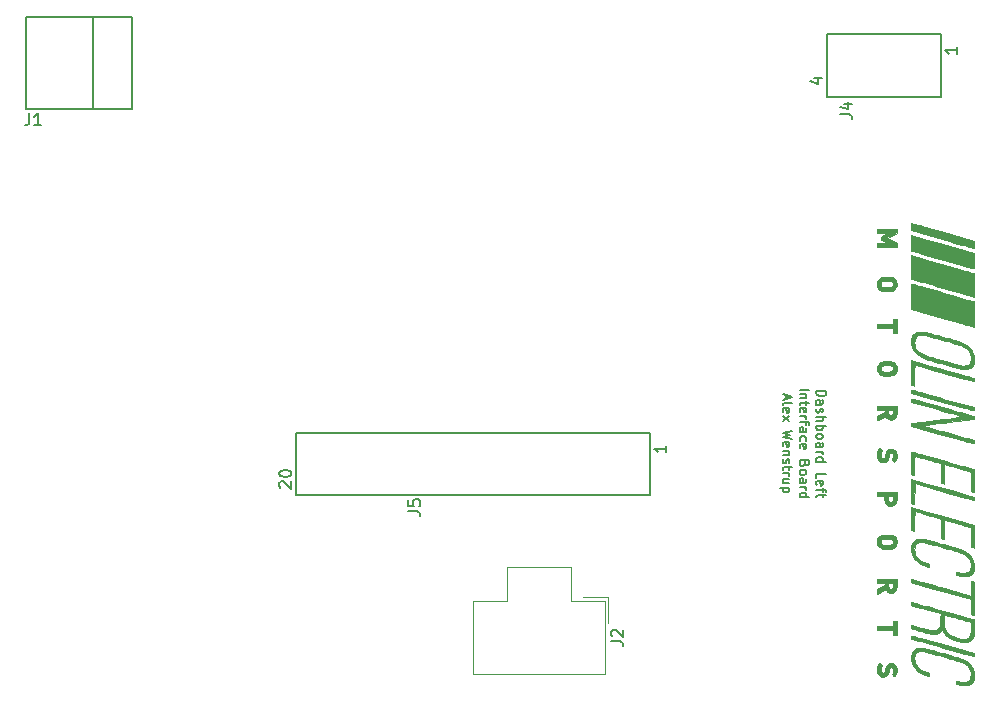
<source format=gto>
G04 #@! TF.GenerationSoftware,KiCad,Pcbnew,5.0.2-bee76a0~70~ubuntu18.04.1*
G04 #@! TF.CreationDate,2019-02-11T21:24:03-05:00*
G04 #@! TF.ProjectId,interface,696e7465-7266-4616-9365-2e6b69636164,rev?*
G04 #@! TF.SameCoordinates,Original*
G04 #@! TF.FileFunction,Legend,Top*
G04 #@! TF.FilePolarity,Positive*
%FSLAX46Y46*%
G04 Gerber Fmt 4.6, Leading zero omitted, Abs format (unit mm)*
G04 Created by KiCad (PCBNEW 5.0.2-bee76a0~70~ubuntu18.04.1) date Mon 11 Feb 2019 09:24:03 PM EST*
%MOMM*%
%LPD*%
G01*
G04 APERTURE LIST*
%ADD10C,0.203200*%
%ADD11C,0.150000*%
%ADD12C,0.120000*%
%ADD13C,0.010000*%
G04 APERTURE END LIST*
D10*
X82652204Y-100133452D02*
X83465004Y-100133452D01*
X83465004Y-100326976D01*
X83426300Y-100443090D01*
X83348890Y-100520500D01*
X83271480Y-100559204D01*
X83116661Y-100597909D01*
X83000547Y-100597909D01*
X82845728Y-100559204D01*
X82768319Y-100520500D01*
X82690909Y-100443090D01*
X82652204Y-100326976D01*
X82652204Y-100133452D01*
X82652204Y-101294595D02*
X83077957Y-101294595D01*
X83155366Y-101255890D01*
X83194071Y-101178480D01*
X83194071Y-101023661D01*
X83155366Y-100946252D01*
X82690909Y-101294595D02*
X82652204Y-101217185D01*
X82652204Y-101023661D01*
X82690909Y-100946252D01*
X82768319Y-100907547D01*
X82845728Y-100907547D01*
X82923138Y-100946252D01*
X82961842Y-101023661D01*
X82961842Y-101217185D01*
X83000547Y-101294595D01*
X82690909Y-101642938D02*
X82652204Y-101720347D01*
X82652204Y-101875166D01*
X82690909Y-101952576D01*
X82768319Y-101991280D01*
X82807023Y-101991280D01*
X82884433Y-101952576D01*
X82923138Y-101875166D01*
X82923138Y-101759052D01*
X82961842Y-101681642D01*
X83039252Y-101642938D01*
X83077957Y-101642938D01*
X83155366Y-101681642D01*
X83194071Y-101759052D01*
X83194071Y-101875166D01*
X83155366Y-101952576D01*
X82652204Y-102339623D02*
X83465004Y-102339623D01*
X82652204Y-102687966D02*
X83077957Y-102687966D01*
X83155366Y-102649261D01*
X83194071Y-102571852D01*
X83194071Y-102455738D01*
X83155366Y-102378328D01*
X83116661Y-102339623D01*
X82652204Y-103075014D02*
X83465004Y-103075014D01*
X83155366Y-103075014D02*
X83194071Y-103152423D01*
X83194071Y-103307242D01*
X83155366Y-103384652D01*
X83116661Y-103423357D01*
X83039252Y-103462061D01*
X82807023Y-103462061D01*
X82729614Y-103423357D01*
X82690909Y-103384652D01*
X82652204Y-103307242D01*
X82652204Y-103152423D01*
X82690909Y-103075014D01*
X82652204Y-103926519D02*
X82690909Y-103849109D01*
X82729614Y-103810404D01*
X82807023Y-103771700D01*
X83039252Y-103771700D01*
X83116661Y-103810404D01*
X83155366Y-103849109D01*
X83194071Y-103926519D01*
X83194071Y-104042633D01*
X83155366Y-104120042D01*
X83116661Y-104158747D01*
X83039252Y-104197452D01*
X82807023Y-104197452D01*
X82729614Y-104158747D01*
X82690909Y-104120042D01*
X82652204Y-104042633D01*
X82652204Y-103926519D01*
X82652204Y-104894138D02*
X83077957Y-104894138D01*
X83155366Y-104855433D01*
X83194071Y-104778023D01*
X83194071Y-104623204D01*
X83155366Y-104545795D01*
X82690909Y-104894138D02*
X82652204Y-104816728D01*
X82652204Y-104623204D01*
X82690909Y-104545795D01*
X82768319Y-104507090D01*
X82845728Y-104507090D01*
X82923138Y-104545795D01*
X82961842Y-104623204D01*
X82961842Y-104816728D01*
X83000547Y-104894138D01*
X82652204Y-105281185D02*
X83194071Y-105281185D01*
X83039252Y-105281185D02*
X83116661Y-105319890D01*
X83155366Y-105358595D01*
X83194071Y-105436004D01*
X83194071Y-105513414D01*
X82652204Y-106132690D02*
X83465004Y-106132690D01*
X82690909Y-106132690D02*
X82652204Y-106055280D01*
X82652204Y-105900461D01*
X82690909Y-105823052D01*
X82729614Y-105784347D01*
X82807023Y-105745642D01*
X83039252Y-105745642D01*
X83116661Y-105784347D01*
X83155366Y-105823052D01*
X83194071Y-105900461D01*
X83194071Y-106055280D01*
X83155366Y-106132690D01*
X82652204Y-107526061D02*
X82652204Y-107139014D01*
X83465004Y-107139014D01*
X82690909Y-108106633D02*
X82652204Y-108029223D01*
X82652204Y-107874404D01*
X82690909Y-107796995D01*
X82768319Y-107758290D01*
X83077957Y-107758290D01*
X83155366Y-107796995D01*
X83194071Y-107874404D01*
X83194071Y-108029223D01*
X83155366Y-108106633D01*
X83077957Y-108145338D01*
X83000547Y-108145338D01*
X82923138Y-107758290D01*
X83194071Y-108377566D02*
X83194071Y-108687204D01*
X82652204Y-108493680D02*
X83348890Y-108493680D01*
X83426300Y-108532385D01*
X83465004Y-108609795D01*
X83465004Y-108687204D01*
X83194071Y-108842023D02*
X83194071Y-109151661D01*
X83465004Y-108958138D02*
X82768319Y-108958138D01*
X82690909Y-108996842D01*
X82652204Y-109074252D01*
X82652204Y-109151661D01*
X81229804Y-100017338D02*
X82042604Y-100017338D01*
X81771671Y-100404385D02*
X81229804Y-100404385D01*
X81694261Y-100404385D02*
X81732966Y-100443090D01*
X81771671Y-100520500D01*
X81771671Y-100636614D01*
X81732966Y-100714023D01*
X81655557Y-100752728D01*
X81229804Y-100752728D01*
X81771671Y-101023661D02*
X81771671Y-101333300D01*
X82042604Y-101139776D02*
X81345919Y-101139776D01*
X81268509Y-101178480D01*
X81229804Y-101255890D01*
X81229804Y-101333300D01*
X81268509Y-101913871D02*
X81229804Y-101836461D01*
X81229804Y-101681642D01*
X81268509Y-101604233D01*
X81345919Y-101565528D01*
X81655557Y-101565528D01*
X81732966Y-101604233D01*
X81771671Y-101681642D01*
X81771671Y-101836461D01*
X81732966Y-101913871D01*
X81655557Y-101952576D01*
X81578147Y-101952576D01*
X81500738Y-101565528D01*
X81229804Y-102300919D02*
X81771671Y-102300919D01*
X81616852Y-102300919D02*
X81694261Y-102339623D01*
X81732966Y-102378328D01*
X81771671Y-102455738D01*
X81771671Y-102533147D01*
X81771671Y-102687966D02*
X81771671Y-102997604D01*
X81229804Y-102804080D02*
X81926490Y-102804080D01*
X82003900Y-102842785D01*
X82042604Y-102920195D01*
X82042604Y-102997604D01*
X81229804Y-103616880D02*
X81655557Y-103616880D01*
X81732966Y-103578176D01*
X81771671Y-103500766D01*
X81771671Y-103345947D01*
X81732966Y-103268538D01*
X81268509Y-103616880D02*
X81229804Y-103539471D01*
X81229804Y-103345947D01*
X81268509Y-103268538D01*
X81345919Y-103229833D01*
X81423328Y-103229833D01*
X81500738Y-103268538D01*
X81539442Y-103345947D01*
X81539442Y-103539471D01*
X81578147Y-103616880D01*
X81268509Y-104352271D02*
X81229804Y-104274861D01*
X81229804Y-104120042D01*
X81268509Y-104042633D01*
X81307214Y-104003928D01*
X81384623Y-103965223D01*
X81616852Y-103965223D01*
X81694261Y-104003928D01*
X81732966Y-104042633D01*
X81771671Y-104120042D01*
X81771671Y-104274861D01*
X81732966Y-104352271D01*
X81268509Y-105010252D02*
X81229804Y-104932842D01*
X81229804Y-104778023D01*
X81268509Y-104700614D01*
X81345919Y-104661909D01*
X81655557Y-104661909D01*
X81732966Y-104700614D01*
X81771671Y-104778023D01*
X81771671Y-104932842D01*
X81732966Y-105010252D01*
X81655557Y-105048957D01*
X81578147Y-105048957D01*
X81500738Y-104661909D01*
X81655557Y-106287509D02*
X81616852Y-106403623D01*
X81578147Y-106442328D01*
X81500738Y-106481033D01*
X81384623Y-106481033D01*
X81307214Y-106442328D01*
X81268509Y-106403623D01*
X81229804Y-106326214D01*
X81229804Y-106016576D01*
X82042604Y-106016576D01*
X82042604Y-106287509D01*
X82003900Y-106364919D01*
X81965195Y-106403623D01*
X81887785Y-106442328D01*
X81810376Y-106442328D01*
X81732966Y-106403623D01*
X81694261Y-106364919D01*
X81655557Y-106287509D01*
X81655557Y-106016576D01*
X81229804Y-106945490D02*
X81268509Y-106868080D01*
X81307214Y-106829376D01*
X81384623Y-106790671D01*
X81616852Y-106790671D01*
X81694261Y-106829376D01*
X81732966Y-106868080D01*
X81771671Y-106945490D01*
X81771671Y-107061604D01*
X81732966Y-107139014D01*
X81694261Y-107177719D01*
X81616852Y-107216423D01*
X81384623Y-107216423D01*
X81307214Y-107177719D01*
X81268509Y-107139014D01*
X81229804Y-107061604D01*
X81229804Y-106945490D01*
X81229804Y-107913109D02*
X81655557Y-107913109D01*
X81732966Y-107874404D01*
X81771671Y-107796995D01*
X81771671Y-107642176D01*
X81732966Y-107564766D01*
X81268509Y-107913109D02*
X81229804Y-107835700D01*
X81229804Y-107642176D01*
X81268509Y-107564766D01*
X81345919Y-107526061D01*
X81423328Y-107526061D01*
X81500738Y-107564766D01*
X81539442Y-107642176D01*
X81539442Y-107835700D01*
X81578147Y-107913109D01*
X81229804Y-108300157D02*
X81771671Y-108300157D01*
X81616852Y-108300157D02*
X81694261Y-108338861D01*
X81732966Y-108377566D01*
X81771671Y-108454976D01*
X81771671Y-108532385D01*
X81229804Y-109151661D02*
X82042604Y-109151661D01*
X81268509Y-109151661D02*
X81229804Y-109074252D01*
X81229804Y-108919433D01*
X81268509Y-108842023D01*
X81307214Y-108803319D01*
X81384623Y-108764614D01*
X81616852Y-108764614D01*
X81694261Y-108803319D01*
X81732966Y-108842023D01*
X81771671Y-108919433D01*
X81771671Y-109074252D01*
X81732966Y-109151661D01*
X80039633Y-100462442D02*
X80039633Y-100849490D01*
X79807404Y-100385033D02*
X80620204Y-100655966D01*
X79807404Y-100926900D01*
X79807404Y-101313947D02*
X79846109Y-101236538D01*
X79923519Y-101197833D01*
X80620204Y-101197833D01*
X79846109Y-101933223D02*
X79807404Y-101855814D01*
X79807404Y-101700995D01*
X79846109Y-101623585D01*
X79923519Y-101584880D01*
X80233157Y-101584880D01*
X80310566Y-101623585D01*
X80349271Y-101700995D01*
X80349271Y-101855814D01*
X80310566Y-101933223D01*
X80233157Y-101971928D01*
X80155747Y-101971928D01*
X80078338Y-101584880D01*
X79807404Y-102242861D02*
X80349271Y-102668614D01*
X80349271Y-102242861D02*
X79807404Y-102668614D01*
X80620204Y-103520119D02*
X79807404Y-103713642D01*
X80387976Y-103868461D01*
X79807404Y-104023280D01*
X80620204Y-104216804D01*
X79846109Y-104836080D02*
X79807404Y-104758671D01*
X79807404Y-104603852D01*
X79846109Y-104526442D01*
X79923519Y-104487738D01*
X80233157Y-104487738D01*
X80310566Y-104526442D01*
X80349271Y-104603852D01*
X80349271Y-104758671D01*
X80310566Y-104836080D01*
X80233157Y-104874785D01*
X80155747Y-104874785D01*
X80078338Y-104487738D01*
X80349271Y-105223128D02*
X79807404Y-105223128D01*
X80271861Y-105223128D02*
X80310566Y-105261833D01*
X80349271Y-105339242D01*
X80349271Y-105455357D01*
X80310566Y-105532766D01*
X80233157Y-105571471D01*
X79807404Y-105571471D01*
X79846109Y-105919814D02*
X79807404Y-105997223D01*
X79807404Y-106152042D01*
X79846109Y-106229452D01*
X79923519Y-106268157D01*
X79962223Y-106268157D01*
X80039633Y-106229452D01*
X80078338Y-106152042D01*
X80078338Y-106035928D01*
X80117042Y-105958519D01*
X80194452Y-105919814D01*
X80233157Y-105919814D01*
X80310566Y-105958519D01*
X80349271Y-106035928D01*
X80349271Y-106152042D01*
X80310566Y-106229452D01*
X80349271Y-106500385D02*
X80349271Y-106810023D01*
X80620204Y-106616500D02*
X79923519Y-106616500D01*
X79846109Y-106655204D01*
X79807404Y-106732614D01*
X79807404Y-106810023D01*
X79807404Y-107080957D02*
X80349271Y-107080957D01*
X80194452Y-107080957D02*
X80271861Y-107119661D01*
X80310566Y-107158366D01*
X80349271Y-107235776D01*
X80349271Y-107313185D01*
X80349271Y-107932461D02*
X79807404Y-107932461D01*
X80349271Y-107584119D02*
X79923519Y-107584119D01*
X79846109Y-107622823D01*
X79807404Y-107700233D01*
X79807404Y-107816347D01*
X79846109Y-107893757D01*
X79884814Y-107932461D01*
X80349271Y-108319509D02*
X79536471Y-108319509D01*
X80310566Y-108319509D02*
X80349271Y-108396919D01*
X80349271Y-108551738D01*
X80310566Y-108629147D01*
X80271861Y-108667852D01*
X80194452Y-108706557D01*
X79962223Y-108706557D01*
X79884814Y-108667852D01*
X79846109Y-108629147D01*
X79807404Y-108551738D01*
X79807404Y-108396919D01*
X79846109Y-108319509D01*
D11*
G04 #@! TO.C,J1*
X15692000Y-68490000D02*
X15692000Y-76290000D01*
X21414000Y-68490000D02*
X21414000Y-76290000D01*
X21414000Y-76290000D02*
X15692000Y-76290000D01*
X21414000Y-68490000D02*
X15692000Y-68490000D01*
X24724000Y-68490000D02*
X21414000Y-68490000D01*
X24724000Y-76290000D02*
X24724000Y-68490000D01*
X21414000Y-76290000D02*
X24724000Y-76290000D01*
D12*
G04 #@! TO.C,J2*
X65042000Y-117611000D02*
X62912000Y-117611000D01*
X65042000Y-119761000D02*
X65042000Y-117611000D01*
X56452000Y-115051000D02*
X59162000Y-115051000D01*
X56452000Y-117911000D02*
X56452000Y-115051000D01*
X53582000Y-117911000D02*
X56452000Y-117911000D01*
X53582000Y-124111000D02*
X53582000Y-117911000D01*
X59162000Y-124111000D02*
X53582000Y-124111000D01*
X61872000Y-115051000D02*
X59162000Y-115051000D01*
X61872000Y-117911000D02*
X61872000Y-115051000D01*
X64742000Y-117911000D02*
X61872000Y-117911000D01*
X64742000Y-124111000D02*
X64742000Y-117911000D01*
X59162000Y-124111000D02*
X64742000Y-124111000D01*
D11*
G04 #@! TO.C,J4*
X83547000Y-75230500D02*
X93237000Y-75230500D01*
X83547000Y-69930500D02*
X93237000Y-69930500D01*
X93237000Y-69930500D02*
X93237000Y-75230500D01*
X83547000Y-69930500D02*
X83547000Y-75230500D01*
D13*
G04 #@! TO.C,G\002A\002A\002A*
G36*
X95991632Y-124319575D02*
X95958201Y-124538819D01*
X95893070Y-124718628D01*
X95795874Y-124859553D01*
X95666249Y-124962144D01*
X95526145Y-125020839D01*
X95405095Y-125042925D01*
X95249829Y-125051982D01*
X95075079Y-125048575D01*
X94895576Y-125033270D01*
X94726052Y-125006633D01*
X94640400Y-124986826D01*
X94462600Y-124939572D01*
X94454919Y-124792902D01*
X94452242Y-124710851D01*
X94457280Y-124668839D01*
X94473051Y-124656319D01*
X94493019Y-124659727D01*
X94672915Y-124708907D01*
X94824546Y-124740507D01*
X94966074Y-124757569D01*
X95110300Y-124763102D01*
X95229647Y-124762323D01*
X95313434Y-124756219D01*
X95376832Y-124742136D01*
X95435011Y-124717422D01*
X95465581Y-124700980D01*
X95572322Y-124621341D01*
X95647152Y-124516484D01*
X95693572Y-124379446D01*
X95715006Y-124204719D01*
X95705089Y-123966734D01*
X95649215Y-123750380D01*
X95547381Y-123555651D01*
X95399582Y-123382541D01*
X95205813Y-123231045D01*
X94966071Y-123101154D01*
X94883487Y-123065710D01*
X94824956Y-123045135D01*
X94722970Y-123012854D01*
X94583107Y-122970433D01*
X94410947Y-122919440D01*
X94212067Y-122861442D01*
X93992048Y-122798006D01*
X93756469Y-122730700D01*
X93510908Y-122661092D01*
X93260945Y-122590748D01*
X93012158Y-122521236D01*
X92770128Y-122454123D01*
X92540432Y-122390977D01*
X92328651Y-122333366D01*
X92140362Y-122282855D01*
X91981146Y-122241014D01*
X91856581Y-122209409D01*
X91772246Y-122189607D01*
X91747739Y-122184763D01*
X91533084Y-122164252D01*
X91351603Y-122181912D01*
X91202724Y-122237940D01*
X91085872Y-122332538D01*
X91012689Y-122440700D01*
X90979735Y-122508691D01*
X90959341Y-122566719D01*
X90949106Y-122629840D01*
X90946628Y-122713112D01*
X90949505Y-122831591D01*
X90949650Y-122835870D01*
X90955610Y-122960970D01*
X90965946Y-123052513D01*
X90984373Y-123127735D01*
X91014607Y-123203874D01*
X91040861Y-123259000D01*
X91157784Y-123440324D01*
X91320221Y-123604335D01*
X91525212Y-123748923D01*
X91769799Y-123871976D01*
X92030550Y-123965341D01*
X92214700Y-124020447D01*
X92214700Y-124157673D01*
X92210836Y-124233408D01*
X92200884Y-124283247D01*
X92191591Y-124294900D01*
X92140433Y-124285356D01*
X92054173Y-124259551D01*
X91944191Y-124221729D01*
X91821864Y-124176130D01*
X91698571Y-124126997D01*
X91585690Y-124078571D01*
X91494600Y-124035094D01*
X91494373Y-124034976D01*
X91341788Y-123941411D01*
X91187757Y-123821518D01*
X91043504Y-123686110D01*
X90920250Y-123546002D01*
X90829218Y-123412007D01*
X90810552Y-123376053D01*
X90729244Y-123158410D01*
X90680919Y-122923417D01*
X90667178Y-122686214D01*
X90689625Y-122461940D01*
X90706165Y-122389900D01*
X90774162Y-122216156D01*
X90875876Y-122079940D01*
X91013659Y-121978819D01*
X91162167Y-121918257D01*
X91287773Y-121893844D01*
X91444289Y-121883470D01*
X91613733Y-121887391D01*
X91778118Y-121905864D01*
X91797286Y-121909186D01*
X91860608Y-121923284D01*
X91967056Y-121950074D01*
X92111006Y-121987961D01*
X92286833Y-122035353D01*
X92488913Y-122090655D01*
X92711623Y-122152273D01*
X92949337Y-122218615D01*
X93196432Y-122288085D01*
X93447283Y-122359091D01*
X93696266Y-122430039D01*
X93937758Y-122499334D01*
X94166133Y-122565383D01*
X94375768Y-122626593D01*
X94561038Y-122681369D01*
X94716319Y-122728118D01*
X94835988Y-122765246D01*
X94914419Y-122791160D01*
X94930505Y-122797060D01*
X95204941Y-122925420D01*
X95441601Y-123083016D01*
X95638703Y-123267292D01*
X95794464Y-123475687D01*
X95907100Y-123705645D01*
X95974829Y-123954606D01*
X95995867Y-124220013D01*
X95991632Y-124319575D01*
X95991632Y-124319575D01*
G37*
X95991632Y-124319575D02*
X95958201Y-124538819D01*
X95893070Y-124718628D01*
X95795874Y-124859553D01*
X95666249Y-124962144D01*
X95526145Y-125020839D01*
X95405095Y-125042925D01*
X95249829Y-125051982D01*
X95075079Y-125048575D01*
X94895576Y-125033270D01*
X94726052Y-125006633D01*
X94640400Y-124986826D01*
X94462600Y-124939572D01*
X94454919Y-124792902D01*
X94452242Y-124710851D01*
X94457280Y-124668839D01*
X94473051Y-124656319D01*
X94493019Y-124659727D01*
X94672915Y-124708907D01*
X94824546Y-124740507D01*
X94966074Y-124757569D01*
X95110300Y-124763102D01*
X95229647Y-124762323D01*
X95313434Y-124756219D01*
X95376832Y-124742136D01*
X95435011Y-124717422D01*
X95465581Y-124700980D01*
X95572322Y-124621341D01*
X95647152Y-124516484D01*
X95693572Y-124379446D01*
X95715006Y-124204719D01*
X95705089Y-123966734D01*
X95649215Y-123750380D01*
X95547381Y-123555651D01*
X95399582Y-123382541D01*
X95205813Y-123231045D01*
X94966071Y-123101154D01*
X94883487Y-123065710D01*
X94824956Y-123045135D01*
X94722970Y-123012854D01*
X94583107Y-122970433D01*
X94410947Y-122919440D01*
X94212067Y-122861442D01*
X93992048Y-122798006D01*
X93756469Y-122730700D01*
X93510908Y-122661092D01*
X93260945Y-122590748D01*
X93012158Y-122521236D01*
X92770128Y-122454123D01*
X92540432Y-122390977D01*
X92328651Y-122333366D01*
X92140362Y-122282855D01*
X91981146Y-122241014D01*
X91856581Y-122209409D01*
X91772246Y-122189607D01*
X91747739Y-122184763D01*
X91533084Y-122164252D01*
X91351603Y-122181912D01*
X91202724Y-122237940D01*
X91085872Y-122332538D01*
X91012689Y-122440700D01*
X90979735Y-122508691D01*
X90959341Y-122566719D01*
X90949106Y-122629840D01*
X90946628Y-122713112D01*
X90949505Y-122831591D01*
X90949650Y-122835870D01*
X90955610Y-122960970D01*
X90965946Y-123052513D01*
X90984373Y-123127735D01*
X91014607Y-123203874D01*
X91040861Y-123259000D01*
X91157784Y-123440324D01*
X91320221Y-123604335D01*
X91525212Y-123748923D01*
X91769799Y-123871976D01*
X92030550Y-123965341D01*
X92214700Y-124020447D01*
X92214700Y-124157673D01*
X92210836Y-124233408D01*
X92200884Y-124283247D01*
X92191591Y-124294900D01*
X92140433Y-124285356D01*
X92054173Y-124259551D01*
X91944191Y-124221729D01*
X91821864Y-124176130D01*
X91698571Y-124126997D01*
X91585690Y-124078571D01*
X91494600Y-124035094D01*
X91494373Y-124034976D01*
X91341788Y-123941411D01*
X91187757Y-123821518D01*
X91043504Y-123686110D01*
X90920250Y-123546002D01*
X90829218Y-123412007D01*
X90810552Y-123376053D01*
X90729244Y-123158410D01*
X90680919Y-122923417D01*
X90667178Y-122686214D01*
X90689625Y-122461940D01*
X90706165Y-122389900D01*
X90774162Y-122216156D01*
X90875876Y-122079940D01*
X91013659Y-121978819D01*
X91162167Y-121918257D01*
X91287773Y-121893844D01*
X91444289Y-121883470D01*
X91613733Y-121887391D01*
X91778118Y-121905864D01*
X91797286Y-121909186D01*
X91860608Y-121923284D01*
X91967056Y-121950074D01*
X92111006Y-121987961D01*
X92286833Y-122035353D01*
X92488913Y-122090655D01*
X92711623Y-122152273D01*
X92949337Y-122218615D01*
X93196432Y-122288085D01*
X93447283Y-122359091D01*
X93696266Y-122430039D01*
X93937758Y-122499334D01*
X94166133Y-122565383D01*
X94375768Y-122626593D01*
X94561038Y-122681369D01*
X94716319Y-122728118D01*
X94835988Y-122765246D01*
X94914419Y-122791160D01*
X94930505Y-122797060D01*
X95204941Y-122925420D01*
X95441601Y-123083016D01*
X95638703Y-123267292D01*
X95794464Y-123475687D01*
X95907100Y-123705645D01*
X95974829Y-123954606D01*
X95995867Y-124220013D01*
X95991632Y-124319575D01*
G36*
X95985277Y-122583644D02*
X95966057Y-122593100D01*
X95937180Y-122586347D01*
X95862663Y-122566691D01*
X95745753Y-122535033D01*
X95589699Y-122492275D01*
X95397748Y-122439318D01*
X95173149Y-122377064D01*
X94919148Y-122306416D01*
X94638995Y-122228274D01*
X94335937Y-122143541D01*
X94013221Y-122053119D01*
X93674096Y-121957908D01*
X93354880Y-121868122D01*
X93003126Y-121769115D01*
X92664486Y-121673829D01*
X92342245Y-121583188D01*
X92039685Y-121498115D01*
X91760092Y-121419531D01*
X91506750Y-121348359D01*
X91282943Y-121285521D01*
X91091956Y-121231941D01*
X90937073Y-121188539D01*
X90821578Y-121156240D01*
X90748755Y-121135964D01*
X90722450Y-121128769D01*
X90689284Y-121114532D01*
X90672119Y-121084285D01*
X90665895Y-121024380D01*
X90665300Y-120974692D01*
X90666740Y-120895261D01*
X90674421Y-120855630D01*
X90693383Y-120844810D01*
X90722450Y-120850145D01*
X90754239Y-120858969D01*
X90831659Y-120880648D01*
X90951445Y-120914265D01*
X91110332Y-120958900D01*
X91305054Y-121013635D01*
X91532347Y-121077552D01*
X91788944Y-121149733D01*
X92071581Y-121229258D01*
X92376992Y-121315211D01*
X92701911Y-121406671D01*
X93043074Y-121502721D01*
X93383100Y-121598468D01*
X95986600Y-122331638D01*
X95994278Y-122462369D01*
X95995429Y-122543279D01*
X95985277Y-122583644D01*
X95985277Y-122583644D01*
G37*
X95985277Y-122583644D02*
X95966057Y-122593100D01*
X95937180Y-122586347D01*
X95862663Y-122566691D01*
X95745753Y-122535033D01*
X95589699Y-122492275D01*
X95397748Y-122439318D01*
X95173149Y-122377064D01*
X94919148Y-122306416D01*
X94638995Y-122228274D01*
X94335937Y-122143541D01*
X94013221Y-122053119D01*
X93674096Y-121957908D01*
X93354880Y-121868122D01*
X93003126Y-121769115D01*
X92664486Y-121673829D01*
X92342245Y-121583188D01*
X92039685Y-121498115D01*
X91760092Y-121419531D01*
X91506750Y-121348359D01*
X91282943Y-121285521D01*
X91091956Y-121231941D01*
X90937073Y-121188539D01*
X90821578Y-121156240D01*
X90748755Y-121135964D01*
X90722450Y-121128769D01*
X90689284Y-121114532D01*
X90672119Y-121084285D01*
X90665895Y-121024380D01*
X90665300Y-120974692D01*
X90666740Y-120895261D01*
X90674421Y-120855630D01*
X90693383Y-120844810D01*
X90722450Y-120850145D01*
X90754239Y-120858969D01*
X90831659Y-120880648D01*
X90951445Y-120914265D01*
X91110332Y-120958900D01*
X91305054Y-121013635D01*
X91532347Y-121077552D01*
X91788944Y-121149733D01*
X92071581Y-121229258D01*
X92376992Y-121315211D01*
X92701911Y-121406671D01*
X93043074Y-121502721D01*
X93383100Y-121598468D01*
X95986600Y-122331638D01*
X95994278Y-122462369D01*
X95995429Y-122543279D01*
X95985277Y-122583644D01*
G36*
X95995406Y-119992246D02*
X95993369Y-120171904D01*
X95993343Y-120173750D01*
X95989861Y-120386480D01*
X95985847Y-120554961D01*
X95980858Y-120685740D01*
X95974450Y-120785366D01*
X95966178Y-120860391D01*
X95955599Y-120917361D01*
X95942270Y-120962828D01*
X95939321Y-120970888D01*
X95855156Y-121127921D01*
X95735169Y-121257595D01*
X95588880Y-121349641D01*
X95587655Y-121350187D01*
X95450430Y-121390785D01*
X95278131Y-121409565D01*
X95081507Y-121406643D01*
X94871303Y-121382140D01*
X94672894Y-121340049D01*
X94328805Y-121233190D01*
X94030397Y-121104153D01*
X93777639Y-120952917D01*
X93570498Y-120779464D01*
X93408942Y-120583773D01*
X93363320Y-120510300D01*
X93325635Y-120444600D01*
X93300099Y-120400272D01*
X93293865Y-120389601D01*
X93275069Y-120402110D01*
X93230223Y-120441077D01*
X93179280Y-120488405D01*
X93073408Y-120578773D01*
X92970425Y-120640191D01*
X92856727Y-120677339D01*
X92718707Y-120694898D01*
X92570300Y-120697902D01*
X92493788Y-120696646D01*
X92425153Y-120693414D01*
X92357527Y-120686736D01*
X92284044Y-120675142D01*
X92197837Y-120657164D01*
X92092040Y-120631332D01*
X91959786Y-120596179D01*
X91794207Y-120550233D01*
X91588438Y-120492027D01*
X91528900Y-120475100D01*
X91337391Y-120420594D01*
X91160302Y-120370136D01*
X91003897Y-120325513D01*
X90874436Y-120288513D01*
X90778181Y-120260927D01*
X90721394Y-120244542D01*
X90709750Y-120241106D01*
X90682848Y-120221704D01*
X90669222Y-120176686D01*
X90665306Y-120093889D01*
X90665300Y-120089488D01*
X90667263Y-120013497D01*
X90672318Y-119963379D01*
X90677090Y-119951500D01*
X90703533Y-119958130D01*
X90772901Y-119976919D01*
X90879234Y-120006214D01*
X91016571Y-120044363D01*
X91178952Y-120089711D01*
X91360414Y-120140606D01*
X91456240Y-120167562D01*
X91653060Y-120222402D01*
X91841070Y-120273705D01*
X92012820Y-120319521D01*
X92160857Y-120357897D01*
X92277731Y-120386883D01*
X92355991Y-120404528D01*
X92373701Y-120407796D01*
X92568735Y-120418942D01*
X92739647Y-120386283D01*
X92884956Y-120310495D01*
X93003183Y-120192254D01*
X93065282Y-120092027D01*
X93091841Y-120038850D01*
X93111546Y-119992233D01*
X93125580Y-119943359D01*
X93135123Y-119883413D01*
X93141357Y-119803580D01*
X93145462Y-119695045D01*
X93148619Y-119548991D01*
X93150232Y-119458011D01*
X93158663Y-118973600D01*
X92070732Y-118670394D01*
X91838085Y-118605488D01*
X91615214Y-118543181D01*
X91408035Y-118485137D01*
X91222464Y-118433018D01*
X91064417Y-118388487D01*
X90939811Y-118353208D01*
X90854560Y-118328844D01*
X90824050Y-118319944D01*
X90665300Y-118272699D01*
X90665300Y-118146899D01*
X90669640Y-118066850D01*
X90684391Y-118028212D01*
X90702506Y-118021100D01*
X90731527Y-118027851D01*
X90806215Y-118047510D01*
X90923346Y-118079182D01*
X91079699Y-118121973D01*
X91272049Y-118174988D01*
X91497174Y-118237333D01*
X91751852Y-118308115D01*
X92032859Y-118386438D01*
X92336973Y-118471409D01*
X92660971Y-118562134D01*
X93001630Y-118657718D01*
X93355727Y-118757267D01*
X93357264Y-118757700D01*
X93446068Y-118782680D01*
X93446068Y-119062500D01*
X93442081Y-119086527D01*
X93438642Y-119153118D01*
X93435983Y-119254039D01*
X93434335Y-119381055D01*
X93433900Y-119495635D01*
X93436439Y-119710444D01*
X93444370Y-119881860D01*
X93458167Y-120017056D01*
X93474295Y-120106374D01*
X93542709Y-120309129D01*
X93651513Y-120489904D01*
X93802156Y-120649855D01*
X93996089Y-120790137D01*
X94234761Y-120911906D01*
X94519624Y-121016317D01*
X94671268Y-121060094D01*
X94922104Y-121113672D01*
X95137674Y-121130789D01*
X95318107Y-121111426D01*
X95463528Y-121055565D01*
X95574066Y-120963188D01*
X95604325Y-120922548D01*
X95642724Y-120855499D01*
X95671818Y-120781243D01*
X95692788Y-120691838D01*
X95706818Y-120579337D01*
X95715090Y-120435798D01*
X95718785Y-120253275D01*
X95719280Y-120150061D01*
X95719090Y-119987898D01*
X95717559Y-119869449D01*
X95714015Y-119787633D01*
X95707788Y-119735370D01*
X95698208Y-119705579D01*
X95684603Y-119691178D01*
X95675450Y-119687340D01*
X95631238Y-119674426D01*
X95546579Y-119650246D01*
X95427421Y-119616466D01*
X95279714Y-119574754D01*
X95109409Y-119526778D01*
X94922454Y-119474204D01*
X94724800Y-119418702D01*
X94522396Y-119361938D01*
X94321191Y-119305579D01*
X94127135Y-119251294D01*
X93946178Y-119200749D01*
X93784269Y-119155613D01*
X93647358Y-119117553D01*
X93541395Y-119088236D01*
X93472328Y-119069329D01*
X93446109Y-119062501D01*
X93446068Y-119062500D01*
X93446068Y-118782680D01*
X93710883Y-118857174D01*
X94050701Y-118952696D01*
X94373531Y-119043373D01*
X94676187Y-119128313D01*
X94955484Y-119206625D01*
X95208235Y-119277416D01*
X95431255Y-119339795D01*
X95621357Y-119392870D01*
X95775355Y-119435750D01*
X95890064Y-119467542D01*
X95962296Y-119487356D01*
X95988867Y-119494298D01*
X95988902Y-119494300D01*
X95992284Y-119518599D01*
X95994669Y-119587117D01*
X95996013Y-119693280D01*
X95996273Y-119830514D01*
X95995406Y-119992246D01*
X95995406Y-119992246D01*
G37*
X95995406Y-119992246D02*
X95993369Y-120171904D01*
X95993343Y-120173750D01*
X95989861Y-120386480D01*
X95985847Y-120554961D01*
X95980858Y-120685740D01*
X95974450Y-120785366D01*
X95966178Y-120860391D01*
X95955599Y-120917361D01*
X95942270Y-120962828D01*
X95939321Y-120970888D01*
X95855156Y-121127921D01*
X95735169Y-121257595D01*
X95588880Y-121349641D01*
X95587655Y-121350187D01*
X95450430Y-121390785D01*
X95278131Y-121409565D01*
X95081507Y-121406643D01*
X94871303Y-121382140D01*
X94672894Y-121340049D01*
X94328805Y-121233190D01*
X94030397Y-121104153D01*
X93777639Y-120952917D01*
X93570498Y-120779464D01*
X93408942Y-120583773D01*
X93363320Y-120510300D01*
X93325635Y-120444600D01*
X93300099Y-120400272D01*
X93293865Y-120389601D01*
X93275069Y-120402110D01*
X93230223Y-120441077D01*
X93179280Y-120488405D01*
X93073408Y-120578773D01*
X92970425Y-120640191D01*
X92856727Y-120677339D01*
X92718707Y-120694898D01*
X92570300Y-120697902D01*
X92493788Y-120696646D01*
X92425153Y-120693414D01*
X92357527Y-120686736D01*
X92284044Y-120675142D01*
X92197837Y-120657164D01*
X92092040Y-120631332D01*
X91959786Y-120596179D01*
X91794207Y-120550233D01*
X91588438Y-120492027D01*
X91528900Y-120475100D01*
X91337391Y-120420594D01*
X91160302Y-120370136D01*
X91003897Y-120325513D01*
X90874436Y-120288513D01*
X90778181Y-120260927D01*
X90721394Y-120244542D01*
X90709750Y-120241106D01*
X90682848Y-120221704D01*
X90669222Y-120176686D01*
X90665306Y-120093889D01*
X90665300Y-120089488D01*
X90667263Y-120013497D01*
X90672318Y-119963379D01*
X90677090Y-119951500D01*
X90703533Y-119958130D01*
X90772901Y-119976919D01*
X90879234Y-120006214D01*
X91016571Y-120044363D01*
X91178952Y-120089711D01*
X91360414Y-120140606D01*
X91456240Y-120167562D01*
X91653060Y-120222402D01*
X91841070Y-120273705D01*
X92012820Y-120319521D01*
X92160857Y-120357897D01*
X92277731Y-120386883D01*
X92355991Y-120404528D01*
X92373701Y-120407796D01*
X92568735Y-120418942D01*
X92739647Y-120386283D01*
X92884956Y-120310495D01*
X93003183Y-120192254D01*
X93065282Y-120092027D01*
X93091841Y-120038850D01*
X93111546Y-119992233D01*
X93125580Y-119943359D01*
X93135123Y-119883413D01*
X93141357Y-119803580D01*
X93145462Y-119695045D01*
X93148619Y-119548991D01*
X93150232Y-119458011D01*
X93158663Y-118973600D01*
X92070732Y-118670394D01*
X91838085Y-118605488D01*
X91615214Y-118543181D01*
X91408035Y-118485137D01*
X91222464Y-118433018D01*
X91064417Y-118388487D01*
X90939811Y-118353208D01*
X90854560Y-118328844D01*
X90824050Y-118319944D01*
X90665300Y-118272699D01*
X90665300Y-118146899D01*
X90669640Y-118066850D01*
X90684391Y-118028212D01*
X90702506Y-118021100D01*
X90731527Y-118027851D01*
X90806215Y-118047510D01*
X90923346Y-118079182D01*
X91079699Y-118121973D01*
X91272049Y-118174988D01*
X91497174Y-118237333D01*
X91751852Y-118308115D01*
X92032859Y-118386438D01*
X92336973Y-118471409D01*
X92660971Y-118562134D01*
X93001630Y-118657718D01*
X93355727Y-118757267D01*
X93357264Y-118757700D01*
X93446068Y-118782680D01*
X93446068Y-119062500D01*
X93442081Y-119086527D01*
X93438642Y-119153118D01*
X93435983Y-119254039D01*
X93434335Y-119381055D01*
X93433900Y-119495635D01*
X93436439Y-119710444D01*
X93444370Y-119881860D01*
X93458167Y-120017056D01*
X93474295Y-120106374D01*
X93542709Y-120309129D01*
X93651513Y-120489904D01*
X93802156Y-120649855D01*
X93996089Y-120790137D01*
X94234761Y-120911906D01*
X94519624Y-121016317D01*
X94671268Y-121060094D01*
X94922104Y-121113672D01*
X95137674Y-121130789D01*
X95318107Y-121111426D01*
X95463528Y-121055565D01*
X95574066Y-120963188D01*
X95604325Y-120922548D01*
X95642724Y-120855499D01*
X95671818Y-120781243D01*
X95692788Y-120691838D01*
X95706818Y-120579337D01*
X95715090Y-120435798D01*
X95718785Y-120253275D01*
X95719280Y-120150061D01*
X95719090Y-119987898D01*
X95717559Y-119869449D01*
X95714015Y-119787633D01*
X95707788Y-119735370D01*
X95698208Y-119705579D01*
X95684603Y-119691178D01*
X95675450Y-119687340D01*
X95631238Y-119674426D01*
X95546579Y-119650246D01*
X95427421Y-119616466D01*
X95279714Y-119574754D01*
X95109409Y-119526778D01*
X94922454Y-119474204D01*
X94724800Y-119418702D01*
X94522396Y-119361938D01*
X94321191Y-119305579D01*
X94127135Y-119251294D01*
X93946178Y-119200749D01*
X93784269Y-119155613D01*
X93647358Y-119117553D01*
X93541395Y-119088236D01*
X93472328Y-119069329D01*
X93446109Y-119062501D01*
X93446068Y-119062500D01*
X93446068Y-118782680D01*
X93710883Y-118857174D01*
X94050701Y-118952696D01*
X94373531Y-119043373D01*
X94676187Y-119128313D01*
X94955484Y-119206625D01*
X95208235Y-119277416D01*
X95431255Y-119339795D01*
X95621357Y-119392870D01*
X95775355Y-119435750D01*
X95890064Y-119467542D01*
X95962296Y-119487356D01*
X95988867Y-119494298D01*
X95988902Y-119494300D01*
X95992284Y-119518599D01*
X95994669Y-119587117D01*
X95996013Y-119693280D01*
X95996273Y-119830514D01*
X95995406Y-119992246D01*
G36*
X95999159Y-117966798D02*
X95998752Y-118213162D01*
X95998106Y-118439105D01*
X95997246Y-118640061D01*
X95996200Y-118811462D01*
X95994993Y-118948744D01*
X95993652Y-119047340D01*
X95992203Y-119102683D01*
X95991211Y-119113300D01*
X95964441Y-119106685D01*
X95904225Y-119089675D01*
X95851945Y-119074344D01*
X95720769Y-119035389D01*
X95713985Y-118397153D01*
X95707200Y-117758917D01*
X93256100Y-117068843D01*
X92912693Y-116972182D01*
X92582213Y-116879201D01*
X92268054Y-116790852D01*
X91973612Y-116708089D01*
X91702279Y-116631863D01*
X91457450Y-116563128D01*
X91242521Y-116502837D01*
X91060884Y-116451941D01*
X90915935Y-116411395D01*
X90811067Y-116382149D01*
X90749675Y-116365158D01*
X90735150Y-116361250D01*
X90694946Y-116347281D01*
X90674121Y-116322004D01*
X90666356Y-116271241D01*
X90665300Y-116204516D01*
X90666348Y-116128207D01*
X90669049Y-116077779D01*
X90671650Y-116065624D01*
X90696449Y-116072405D01*
X90766905Y-116092050D01*
X90879782Y-116123650D01*
X91031841Y-116166294D01*
X91219844Y-116219072D01*
X91440552Y-116281075D01*
X91690726Y-116351392D01*
X91967129Y-116429115D01*
X92266523Y-116513331D01*
X92585668Y-116603133D01*
X92921327Y-116697609D01*
X93192600Y-116773983D01*
X95707200Y-117482017D01*
X95713992Y-116847310D01*
X95716495Y-116648623D01*
X95719474Y-116495423D01*
X95723293Y-116382394D01*
X95728322Y-116304223D01*
X95734926Y-116255596D01*
X95743471Y-116231200D01*
X95754326Y-116225720D01*
X95756853Y-116226445D01*
X95803392Y-116241598D01*
X95874624Y-116262201D01*
X95896112Y-116268072D01*
X95999300Y-116295858D01*
X95999300Y-117704579D01*
X95999159Y-117966798D01*
X95999159Y-117966798D01*
G37*
X95999159Y-117966798D02*
X95998752Y-118213162D01*
X95998106Y-118439105D01*
X95997246Y-118640061D01*
X95996200Y-118811462D01*
X95994993Y-118948744D01*
X95993652Y-119047340D01*
X95992203Y-119102683D01*
X95991211Y-119113300D01*
X95964441Y-119106685D01*
X95904225Y-119089675D01*
X95851945Y-119074344D01*
X95720769Y-119035389D01*
X95713985Y-118397153D01*
X95707200Y-117758917D01*
X93256100Y-117068843D01*
X92912693Y-116972182D01*
X92582213Y-116879201D01*
X92268054Y-116790852D01*
X91973612Y-116708089D01*
X91702279Y-116631863D01*
X91457450Y-116563128D01*
X91242521Y-116502837D01*
X91060884Y-116451941D01*
X90915935Y-116411395D01*
X90811067Y-116382149D01*
X90749675Y-116365158D01*
X90735150Y-116361250D01*
X90694946Y-116347281D01*
X90674121Y-116322004D01*
X90666356Y-116271241D01*
X90665300Y-116204516D01*
X90666348Y-116128207D01*
X90669049Y-116077779D01*
X90671650Y-116065624D01*
X90696449Y-116072405D01*
X90766905Y-116092050D01*
X90879782Y-116123650D01*
X91031841Y-116166294D01*
X91219844Y-116219072D01*
X91440552Y-116281075D01*
X91690726Y-116351392D01*
X91967129Y-116429115D01*
X92266523Y-116513331D01*
X92585668Y-116603133D01*
X92921327Y-116697609D01*
X93192600Y-116773983D01*
X95707200Y-117482017D01*
X95713992Y-116847310D01*
X95716495Y-116648623D01*
X95719474Y-116495423D01*
X95723293Y-116382394D01*
X95728322Y-116304223D01*
X95734926Y-116255596D01*
X95743471Y-116231200D01*
X95754326Y-116225720D01*
X95756853Y-116226445D01*
X95803392Y-116241598D01*
X95874624Y-116262201D01*
X95896112Y-116268072D01*
X95999300Y-116295858D01*
X95999300Y-117704579D01*
X95999159Y-117966798D01*
G36*
X95985319Y-115117524D02*
X95982034Y-115211424D01*
X95973363Y-115281537D01*
X95956981Y-115341368D01*
X95930565Y-115404420D01*
X95904216Y-115459015D01*
X95805933Y-115608756D01*
X95676521Y-115721060D01*
X95515262Y-115796082D01*
X95321440Y-115833979D01*
X95094336Y-115834905D01*
X94833233Y-115799018D01*
X94595950Y-115742967D01*
X94449900Y-115703005D01*
X94449900Y-115566652D01*
X94452394Y-115491179D01*
X94458813Y-115441663D01*
X94464719Y-115430300D01*
X94494717Y-115436086D01*
X94561003Y-115451434D01*
X94650647Y-115473322D01*
X94674269Y-115479230D01*
X94905554Y-115528547D01*
X95099470Y-115549672D01*
X95261231Y-115542107D01*
X95396054Y-115505357D01*
X95509155Y-115438924D01*
X95558579Y-115395032D01*
X95634414Y-115304304D01*
X95683981Y-115204540D01*
X95710400Y-115084531D01*
X95716790Y-114933066D01*
X95713283Y-114839065D01*
X95702555Y-114710740D01*
X95683810Y-114611832D01*
X95651989Y-114521043D01*
X95622770Y-114458065D01*
X95505626Y-114276248D01*
X95343842Y-114111467D01*
X95141746Y-113967226D01*
X94903663Y-113847028D01*
X94834054Y-113819259D01*
X94777364Y-113800245D01*
X94677391Y-113769356D01*
X94539830Y-113728203D01*
X94370376Y-113678397D01*
X94174723Y-113621550D01*
X93958565Y-113559274D01*
X93727597Y-113493180D01*
X93487514Y-113424878D01*
X93244010Y-113355982D01*
X93002779Y-113288102D01*
X92769516Y-113222850D01*
X92549915Y-113161837D01*
X92349671Y-113106674D01*
X92174479Y-113058974D01*
X92030033Y-113020348D01*
X91922027Y-112992406D01*
X91859100Y-112977385D01*
X91741841Y-112957708D01*
X91615674Y-112944722D01*
X91541600Y-112941682D01*
X91354151Y-112957262D01*
X91203960Y-113005915D01*
X91089476Y-113089291D01*
X91009147Y-113209041D01*
X90961422Y-113366815D01*
X90944748Y-113564265D01*
X90944700Y-113576648D01*
X90966749Y-113806509D01*
X91033201Y-114014341D01*
X91144518Y-114200649D01*
X91301159Y-114365940D01*
X91503585Y-114510721D01*
X91752257Y-114635496D01*
X91986100Y-114721671D01*
X92202000Y-114790992D01*
X92209618Y-114932846D01*
X92211870Y-115009959D01*
X92209757Y-115061478D01*
X92205559Y-115074700D01*
X92177947Y-115067324D01*
X92113071Y-115047469D01*
X92021917Y-115018547D01*
X91956641Y-114997433D01*
X91637725Y-114874643D01*
X91364041Y-114728741D01*
X91135591Y-114559731D01*
X90952379Y-114367614D01*
X90814405Y-114152393D01*
X90721673Y-113914071D01*
X90674184Y-113652650D01*
X90667390Y-113487200D01*
X90672132Y-113371853D01*
X90683348Y-113259450D01*
X90698687Y-113173070D01*
X90699895Y-113168444D01*
X90770463Y-112991529D01*
X90877021Y-112850430D01*
X91019441Y-112745287D01*
X91124245Y-112698733D01*
X91229668Y-112674640D01*
X91369525Y-112661741D01*
X91528691Y-112660086D01*
X91692038Y-112669722D01*
X91844439Y-112690699D01*
X91872608Y-112696330D01*
X91929816Y-112710218D01*
X92030089Y-112736454D01*
X92167650Y-112773421D01*
X92336721Y-112819497D01*
X92531526Y-112873063D01*
X92746287Y-112932501D01*
X92975226Y-112996190D01*
X93212568Y-113062511D01*
X93452534Y-113129844D01*
X93689348Y-113196570D01*
X93917232Y-113261070D01*
X94130409Y-113321724D01*
X94323103Y-113376913D01*
X94489536Y-113425016D01*
X94623931Y-113464415D01*
X94720510Y-113493490D01*
X94754700Y-113504261D01*
X95053040Y-113621523D01*
X95314522Y-113766828D01*
X95536964Y-113938313D01*
X95718185Y-114134118D01*
X95856004Y-114352379D01*
X95918537Y-114497713D01*
X95948179Y-114587132D01*
X95967591Y-114668548D01*
X95978889Y-114757399D01*
X95984191Y-114869123D01*
X95985541Y-114986334D01*
X95985319Y-115117524D01*
X95985319Y-115117524D01*
G37*
X95985319Y-115117524D02*
X95982034Y-115211424D01*
X95973363Y-115281537D01*
X95956981Y-115341368D01*
X95930565Y-115404420D01*
X95904216Y-115459015D01*
X95805933Y-115608756D01*
X95676521Y-115721060D01*
X95515262Y-115796082D01*
X95321440Y-115833979D01*
X95094336Y-115834905D01*
X94833233Y-115799018D01*
X94595950Y-115742967D01*
X94449900Y-115703005D01*
X94449900Y-115566652D01*
X94452394Y-115491179D01*
X94458813Y-115441663D01*
X94464719Y-115430300D01*
X94494717Y-115436086D01*
X94561003Y-115451434D01*
X94650647Y-115473322D01*
X94674269Y-115479230D01*
X94905554Y-115528547D01*
X95099470Y-115549672D01*
X95261231Y-115542107D01*
X95396054Y-115505357D01*
X95509155Y-115438924D01*
X95558579Y-115395032D01*
X95634414Y-115304304D01*
X95683981Y-115204540D01*
X95710400Y-115084531D01*
X95716790Y-114933066D01*
X95713283Y-114839065D01*
X95702555Y-114710740D01*
X95683810Y-114611832D01*
X95651989Y-114521043D01*
X95622770Y-114458065D01*
X95505626Y-114276248D01*
X95343842Y-114111467D01*
X95141746Y-113967226D01*
X94903663Y-113847028D01*
X94834054Y-113819259D01*
X94777364Y-113800245D01*
X94677391Y-113769356D01*
X94539830Y-113728203D01*
X94370376Y-113678397D01*
X94174723Y-113621550D01*
X93958565Y-113559274D01*
X93727597Y-113493180D01*
X93487514Y-113424878D01*
X93244010Y-113355982D01*
X93002779Y-113288102D01*
X92769516Y-113222850D01*
X92549915Y-113161837D01*
X92349671Y-113106674D01*
X92174479Y-113058974D01*
X92030033Y-113020348D01*
X91922027Y-112992406D01*
X91859100Y-112977385D01*
X91741841Y-112957708D01*
X91615674Y-112944722D01*
X91541600Y-112941682D01*
X91354151Y-112957262D01*
X91203960Y-113005915D01*
X91089476Y-113089291D01*
X91009147Y-113209041D01*
X90961422Y-113366815D01*
X90944748Y-113564265D01*
X90944700Y-113576648D01*
X90966749Y-113806509D01*
X91033201Y-114014341D01*
X91144518Y-114200649D01*
X91301159Y-114365940D01*
X91503585Y-114510721D01*
X91752257Y-114635496D01*
X91986100Y-114721671D01*
X92202000Y-114790992D01*
X92209618Y-114932846D01*
X92211870Y-115009959D01*
X92209757Y-115061478D01*
X92205559Y-115074700D01*
X92177947Y-115067324D01*
X92113071Y-115047469D01*
X92021917Y-115018547D01*
X91956641Y-114997433D01*
X91637725Y-114874643D01*
X91364041Y-114728741D01*
X91135591Y-114559731D01*
X90952379Y-114367614D01*
X90814405Y-114152393D01*
X90721673Y-113914071D01*
X90674184Y-113652650D01*
X90667390Y-113487200D01*
X90672132Y-113371853D01*
X90683348Y-113259450D01*
X90698687Y-113173070D01*
X90699895Y-113168444D01*
X90770463Y-112991529D01*
X90877021Y-112850430D01*
X91019441Y-112745287D01*
X91124245Y-112698733D01*
X91229668Y-112674640D01*
X91369525Y-112661741D01*
X91528691Y-112660086D01*
X91692038Y-112669722D01*
X91844439Y-112690699D01*
X91872608Y-112696330D01*
X91929816Y-112710218D01*
X92030089Y-112736454D01*
X92167650Y-112773421D01*
X92336721Y-112819497D01*
X92531526Y-112873063D01*
X92746287Y-112932501D01*
X92975226Y-112996190D01*
X93212568Y-113062511D01*
X93452534Y-113129844D01*
X93689348Y-113196570D01*
X93917232Y-113261070D01*
X94130409Y-113321724D01*
X94323103Y-113376913D01*
X94489536Y-113425016D01*
X94623931Y-113464415D01*
X94720510Y-113493490D01*
X94754700Y-113504261D01*
X95053040Y-113621523D01*
X95314522Y-113766828D01*
X95536964Y-113938313D01*
X95718185Y-114134118D01*
X95856004Y-114352379D01*
X95918537Y-114497713D01*
X95948179Y-114587132D01*
X95967591Y-114668548D01*
X95978889Y-114757399D01*
X95984191Y-114869123D01*
X95985541Y-114986334D01*
X95985319Y-115117524D01*
G36*
X95998691Y-112717225D02*
X95996841Y-112946985D01*
X95993718Y-113128301D01*
X95989289Y-113262341D01*
X95983521Y-113350276D01*
X95976382Y-113393276D01*
X95972448Y-113398300D01*
X95933057Y-113392471D01*
X95865157Y-113377778D01*
X95832748Y-113369884D01*
X95719901Y-113341469D01*
X95719900Y-112506768D01*
X95719900Y-111672067D01*
X95650050Y-111654595D01*
X95611294Y-111644140D01*
X95529083Y-111621400D01*
X95408850Y-111587897D01*
X95256030Y-111545152D01*
X95076054Y-111494685D01*
X94874357Y-111438018D01*
X94656372Y-111376672D01*
X94526100Y-111339964D01*
X93472000Y-111042805D01*
X93465303Y-111864952D01*
X93462671Y-112113439D01*
X93459157Y-112313701D01*
X93454650Y-112468309D01*
X93449042Y-112579833D01*
X93442221Y-112650842D01*
X93434079Y-112683907D01*
X93430150Y-112687100D01*
X93389043Y-112680240D01*
X93322465Y-112663210D01*
X93303497Y-112657679D01*
X93205300Y-112628258D01*
X93205300Y-110967842D01*
X92678250Y-110819662D01*
X92487724Y-110766088D01*
X92265610Y-110703620D01*
X92029217Y-110637126D01*
X91795857Y-110571476D01*
X91582842Y-110511539D01*
X91554300Y-110503507D01*
X90957400Y-110335532D01*
X90950703Y-111155716D01*
X90947753Y-111418149D01*
X90943599Y-111629950D01*
X90938234Y-111791271D01*
X90931652Y-111902266D01*
X90923846Y-111963088D01*
X90917501Y-111975900D01*
X90878339Y-111970075D01*
X90810594Y-111955390D01*
X90778148Y-111947484D01*
X90665300Y-111919069D01*
X90665300Y-110956884D01*
X90665655Y-110699039D01*
X90666800Y-110488160D01*
X90668863Y-110320418D01*
X90671968Y-110191984D01*
X90676240Y-110099028D01*
X90681804Y-110037721D01*
X90688786Y-110004234D01*
X90696752Y-109994700D01*
X90724971Y-110001446D01*
X90798881Y-110021092D01*
X90915279Y-110052746D01*
X91070962Y-110095520D01*
X91262728Y-110148523D01*
X91487374Y-110210863D01*
X91741697Y-110281653D01*
X92022497Y-110360000D01*
X92326569Y-110445016D01*
X92650711Y-110535809D01*
X92991721Y-110631489D01*
X93346397Y-110731167D01*
X93363752Y-110736049D01*
X95999300Y-111477398D01*
X95999300Y-112437849D01*
X95998691Y-112717225D01*
X95998691Y-112717225D01*
G37*
X95998691Y-112717225D02*
X95996841Y-112946985D01*
X95993718Y-113128301D01*
X95989289Y-113262341D01*
X95983521Y-113350276D01*
X95976382Y-113393276D01*
X95972448Y-113398300D01*
X95933057Y-113392471D01*
X95865157Y-113377778D01*
X95832748Y-113369884D01*
X95719901Y-113341469D01*
X95719900Y-112506768D01*
X95719900Y-111672067D01*
X95650050Y-111654595D01*
X95611294Y-111644140D01*
X95529083Y-111621400D01*
X95408850Y-111587897D01*
X95256030Y-111545152D01*
X95076054Y-111494685D01*
X94874357Y-111438018D01*
X94656372Y-111376672D01*
X94526100Y-111339964D01*
X93472000Y-111042805D01*
X93465303Y-111864952D01*
X93462671Y-112113439D01*
X93459157Y-112313701D01*
X93454650Y-112468309D01*
X93449042Y-112579833D01*
X93442221Y-112650842D01*
X93434079Y-112683907D01*
X93430150Y-112687100D01*
X93389043Y-112680240D01*
X93322465Y-112663210D01*
X93303497Y-112657679D01*
X93205300Y-112628258D01*
X93205300Y-110967842D01*
X92678250Y-110819662D01*
X92487724Y-110766088D01*
X92265610Y-110703620D01*
X92029217Y-110637126D01*
X91795857Y-110571476D01*
X91582842Y-110511539D01*
X91554300Y-110503507D01*
X90957400Y-110335532D01*
X90950703Y-111155716D01*
X90947753Y-111418149D01*
X90943599Y-111629950D01*
X90938234Y-111791271D01*
X90931652Y-111902266D01*
X90923846Y-111963088D01*
X90917501Y-111975900D01*
X90878339Y-111970075D01*
X90810594Y-111955390D01*
X90778148Y-111947484D01*
X90665300Y-111919069D01*
X90665300Y-110956884D01*
X90665655Y-110699039D01*
X90666800Y-110488160D01*
X90668863Y-110320418D01*
X90671968Y-110191984D01*
X90676240Y-110099028D01*
X90681804Y-110037721D01*
X90688786Y-110004234D01*
X90696752Y-109994700D01*
X90724971Y-110001446D01*
X90798881Y-110021092D01*
X90915279Y-110052746D01*
X91070962Y-110095520D01*
X91262728Y-110148523D01*
X91487374Y-110210863D01*
X91741697Y-110281653D01*
X92022497Y-110360000D01*
X92326569Y-110445016D01*
X92650711Y-110535809D01*
X92991721Y-110631489D01*
X93346397Y-110731167D01*
X93363752Y-110736049D01*
X95999300Y-111477398D01*
X95999300Y-112437849D01*
X95998691Y-112717225D01*
G36*
X95996135Y-109322903D02*
X95987978Y-109372652D01*
X95980250Y-109384235D01*
X95953674Y-109377368D01*
X95881474Y-109357618D01*
X95766921Y-109325900D01*
X95613280Y-109283130D01*
X95423821Y-109230223D01*
X95201811Y-109168094D01*
X94950519Y-109097658D01*
X94673211Y-109019830D01*
X94373156Y-108935525D01*
X94053623Y-108845658D01*
X93717878Y-108751146D01*
X93459300Y-108678299D01*
X90957400Y-107973226D01*
X90944046Y-109744592D01*
X90861823Y-109726710D01*
X90784591Y-109707081D01*
X90722450Y-109687292D01*
X90665300Y-109665757D01*
X90665300Y-108634717D01*
X90665406Y-108378649D01*
X90665855Y-108168875D01*
X90666844Y-108000890D01*
X90668569Y-107870189D01*
X90671228Y-107772265D01*
X90675017Y-107702612D01*
X90680134Y-107656727D01*
X90686776Y-107630102D01*
X90695138Y-107618232D01*
X90705419Y-107616613D01*
X90709750Y-107617710D01*
X90739818Y-107626375D01*
X90815529Y-107647867D01*
X90933621Y-107681268D01*
X91090831Y-107725658D01*
X91283898Y-107780118D01*
X91509561Y-107843728D01*
X91764556Y-107915570D01*
X92045623Y-107994724D01*
X92349498Y-108080271D01*
X92672922Y-108171292D01*
X93012630Y-108266867D01*
X93332300Y-108356779D01*
X93683964Y-108455687D01*
X94022303Y-108550869D01*
X94344055Y-108641406D01*
X94645959Y-108726377D01*
X94924752Y-108804866D01*
X95177172Y-108875953D01*
X95399958Y-108938720D01*
X95589849Y-108992246D01*
X95743581Y-109035615D01*
X95857893Y-109067907D01*
X95929524Y-109088203D01*
X95954850Y-109095469D01*
X95981754Y-109114892D01*
X95995381Y-109159934D01*
X95999295Y-109242759D01*
X95999300Y-109247111D01*
X95996135Y-109322903D01*
X95996135Y-109322903D01*
G37*
X95996135Y-109322903D02*
X95987978Y-109372652D01*
X95980250Y-109384235D01*
X95953674Y-109377368D01*
X95881474Y-109357618D01*
X95766921Y-109325900D01*
X95613280Y-109283130D01*
X95423821Y-109230223D01*
X95201811Y-109168094D01*
X94950519Y-109097658D01*
X94673211Y-109019830D01*
X94373156Y-108935525D01*
X94053623Y-108845658D01*
X93717878Y-108751146D01*
X93459300Y-108678299D01*
X90957400Y-107973226D01*
X90944046Y-109744592D01*
X90861823Y-109726710D01*
X90784591Y-109707081D01*
X90722450Y-109687292D01*
X90665300Y-109665757D01*
X90665300Y-108634717D01*
X90665406Y-108378649D01*
X90665855Y-108168875D01*
X90666844Y-108000890D01*
X90668569Y-107870189D01*
X90671228Y-107772265D01*
X90675017Y-107702612D01*
X90680134Y-107656727D01*
X90686776Y-107630102D01*
X90695138Y-107618232D01*
X90705419Y-107616613D01*
X90709750Y-107617710D01*
X90739818Y-107626375D01*
X90815529Y-107647867D01*
X90933621Y-107681268D01*
X91090831Y-107725658D01*
X91283898Y-107780118D01*
X91509561Y-107843728D01*
X91764556Y-107915570D01*
X92045623Y-107994724D01*
X92349498Y-108080271D01*
X92672922Y-108171292D01*
X93012630Y-108266867D01*
X93332300Y-108356779D01*
X93683964Y-108455687D01*
X94022303Y-108550869D01*
X94344055Y-108641406D01*
X94645959Y-108726377D01*
X94924752Y-108804866D01*
X95177172Y-108875953D01*
X95399958Y-108938720D01*
X95589849Y-108992246D01*
X95743581Y-109035615D01*
X95857893Y-109067907D01*
X95929524Y-109088203D01*
X95954850Y-109095469D01*
X95981754Y-109114892D01*
X95995381Y-109159934D01*
X95999295Y-109242759D01*
X95999300Y-109247111D01*
X95996135Y-109322903D01*
G36*
X95998816Y-107951610D02*
X95997437Y-108150324D01*
X95995271Y-108326691D01*
X95992429Y-108475194D01*
X95989018Y-108590311D01*
X95985149Y-108666526D01*
X95980931Y-108698317D01*
X95980250Y-108698914D01*
X95946364Y-108691944D01*
X95882428Y-108674740D01*
X95846900Y-108664375D01*
X95732600Y-108630221D01*
X95719900Y-107797101D01*
X95707200Y-106963980D01*
X94602300Y-106651507D01*
X94374369Y-106587141D01*
X94161472Y-106527204D01*
X93968585Y-106473083D01*
X93800688Y-106426166D01*
X93662757Y-106387843D01*
X93559771Y-106359500D01*
X93496706Y-106342526D01*
X93478350Y-106338066D01*
X93473760Y-106362233D01*
X93469568Y-106431245D01*
X93465910Y-106539149D01*
X93462926Y-106679990D01*
X93460752Y-106847816D01*
X93459525Y-107036672D01*
X93459300Y-107163083D01*
X93459300Y-107989067D01*
X93389450Y-107972164D01*
X93314084Y-107951249D01*
X93262450Y-107934209D01*
X93205300Y-107913157D01*
X93205300Y-106263051D01*
X93033850Y-106212522D01*
X92969840Y-106194012D01*
X92863686Y-106163738D01*
X92722169Y-106123615D01*
X92552069Y-106075559D01*
X92360166Y-106021485D01*
X92153241Y-105963309D01*
X91948000Y-105905729D01*
X91739711Y-105847328D01*
X91545716Y-105792883D01*
X91371723Y-105744000D01*
X91223440Y-105702285D01*
X91106576Y-105669344D01*
X91026839Y-105646782D01*
X90989938Y-105636207D01*
X90989150Y-105635970D01*
X90976956Y-105634909D01*
X90967214Y-105643268D01*
X90959651Y-105666060D01*
X90953993Y-105708295D01*
X90949968Y-105774983D01*
X90947300Y-105871135D01*
X90945717Y-106001762D01*
X90944944Y-106171875D01*
X90944708Y-106386484D01*
X90944700Y-106449688D01*
X90944138Y-106648874D01*
X90942544Y-106830793D01*
X90940054Y-106989491D01*
X90936806Y-107119013D01*
X90932937Y-107213404D01*
X90928584Y-107266708D01*
X90925650Y-107276514D01*
X90891765Y-107269543D01*
X90827830Y-107252335D01*
X90792300Y-107241966D01*
X90678000Y-107207804D01*
X90671347Y-106237244D01*
X90669758Y-105989576D01*
X90668848Y-105788061D01*
X90668801Y-105628053D01*
X90669802Y-105504907D01*
X90672038Y-105413977D01*
X90675691Y-105350620D01*
X90680948Y-105310188D01*
X90687993Y-105288038D01*
X90697012Y-105279523D01*
X90708189Y-105280000D01*
X90709447Y-105280367D01*
X90739602Y-105288989D01*
X90815378Y-105310415D01*
X90933486Y-105343721D01*
X91090639Y-105387983D01*
X91283547Y-105442275D01*
X91508923Y-105505672D01*
X91763478Y-105577251D01*
X92043923Y-105656085D01*
X92346970Y-105741249D01*
X92669331Y-105831820D01*
X93007718Y-105926873D01*
X93294200Y-106007329D01*
X93644189Y-106105640D01*
X93981476Y-106200437D01*
X94302710Y-106290776D01*
X94604537Y-106375711D01*
X94883603Y-106454295D01*
X95136554Y-106525585D01*
X95360039Y-106588634D01*
X95550702Y-106642497D01*
X95705191Y-106686228D01*
X95820153Y-106718883D01*
X95892233Y-106739515D01*
X95916750Y-106746723D01*
X95999300Y-106772839D01*
X95999300Y-107736069D01*
X95998816Y-107951610D01*
X95998816Y-107951610D01*
G37*
X95998816Y-107951610D02*
X95997437Y-108150324D01*
X95995271Y-108326691D01*
X95992429Y-108475194D01*
X95989018Y-108590311D01*
X95985149Y-108666526D01*
X95980931Y-108698317D01*
X95980250Y-108698914D01*
X95946364Y-108691944D01*
X95882428Y-108674740D01*
X95846900Y-108664375D01*
X95732600Y-108630221D01*
X95719900Y-107797101D01*
X95707200Y-106963980D01*
X94602300Y-106651507D01*
X94374369Y-106587141D01*
X94161472Y-106527204D01*
X93968585Y-106473083D01*
X93800688Y-106426166D01*
X93662757Y-106387843D01*
X93559771Y-106359500D01*
X93496706Y-106342526D01*
X93478350Y-106338066D01*
X93473760Y-106362233D01*
X93469568Y-106431245D01*
X93465910Y-106539149D01*
X93462926Y-106679990D01*
X93460752Y-106847816D01*
X93459525Y-107036672D01*
X93459300Y-107163083D01*
X93459300Y-107989067D01*
X93389450Y-107972164D01*
X93314084Y-107951249D01*
X93262450Y-107934209D01*
X93205300Y-107913157D01*
X93205300Y-106263051D01*
X93033850Y-106212522D01*
X92969840Y-106194012D01*
X92863686Y-106163738D01*
X92722169Y-106123615D01*
X92552069Y-106075559D01*
X92360166Y-106021485D01*
X92153241Y-105963309D01*
X91948000Y-105905729D01*
X91739711Y-105847328D01*
X91545716Y-105792883D01*
X91371723Y-105744000D01*
X91223440Y-105702285D01*
X91106576Y-105669344D01*
X91026839Y-105646782D01*
X90989938Y-105636207D01*
X90989150Y-105635970D01*
X90976956Y-105634909D01*
X90967214Y-105643268D01*
X90959651Y-105666060D01*
X90953993Y-105708295D01*
X90949968Y-105774983D01*
X90947300Y-105871135D01*
X90945717Y-106001762D01*
X90944944Y-106171875D01*
X90944708Y-106386484D01*
X90944700Y-106449688D01*
X90944138Y-106648874D01*
X90942544Y-106830793D01*
X90940054Y-106989491D01*
X90936806Y-107119013D01*
X90932937Y-107213404D01*
X90928584Y-107266708D01*
X90925650Y-107276514D01*
X90891765Y-107269543D01*
X90827830Y-107252335D01*
X90792300Y-107241966D01*
X90678000Y-107207804D01*
X90671347Y-106237244D01*
X90669758Y-105989576D01*
X90668848Y-105788061D01*
X90668801Y-105628053D01*
X90669802Y-105504907D01*
X90672038Y-105413977D01*
X90675691Y-105350620D01*
X90680948Y-105310188D01*
X90687993Y-105288038D01*
X90697012Y-105279523D01*
X90708189Y-105280000D01*
X90709447Y-105280367D01*
X90739602Y-105288989D01*
X90815378Y-105310415D01*
X90933486Y-105343721D01*
X91090639Y-105387983D01*
X91283547Y-105442275D01*
X91508923Y-105505672D01*
X91763478Y-105577251D01*
X92043923Y-105656085D01*
X92346970Y-105741249D01*
X92669331Y-105831820D01*
X93007718Y-105926873D01*
X93294200Y-106007329D01*
X93644189Y-106105640D01*
X93981476Y-106200437D01*
X94302710Y-106290776D01*
X94604537Y-106375711D01*
X94883603Y-106454295D01*
X95136554Y-106525585D01*
X95360039Y-106588634D01*
X95550702Y-106642497D01*
X95705191Y-106686228D01*
X95820153Y-106718883D01*
X95892233Y-106739515D01*
X95916750Y-106746723D01*
X95999300Y-106772839D01*
X95999300Y-107736069D01*
X95998816Y-107951610D01*
G36*
X95998767Y-104453672D02*
X95994878Y-104522437D01*
X95987673Y-104571577D01*
X95980250Y-104585001D01*
X95953727Y-104578339D01*
X95881477Y-104558807D01*
X95766678Y-104527288D01*
X95612504Y-104484669D01*
X95422132Y-104431833D01*
X95198739Y-104369666D01*
X94945500Y-104299053D01*
X94665592Y-104220878D01*
X94362189Y-104136026D01*
X94038470Y-104045383D01*
X93697609Y-103949833D01*
X93342782Y-103850260D01*
X93313546Y-103842051D01*
X90665892Y-103098600D01*
X90665596Y-102977950D01*
X90670677Y-102897834D01*
X90687630Y-102861243D01*
X90700296Y-102857300D01*
X90730246Y-102854273D01*
X90806905Y-102845493D01*
X90926562Y-102831407D01*
X91085506Y-102812462D01*
X91280026Y-102789105D01*
X91506410Y-102761786D01*
X91760948Y-102730950D01*
X92039928Y-102697046D01*
X92339640Y-102660522D01*
X92656372Y-102621825D01*
X92911392Y-102590600D01*
X93238648Y-102550517D01*
X93551671Y-102512229D01*
X93846760Y-102476183D01*
X94120214Y-102442830D01*
X94368333Y-102412621D01*
X94587414Y-102386004D01*
X94773758Y-102363429D01*
X94923662Y-102345346D01*
X95033427Y-102332205D01*
X95099351Y-102324456D01*
X95117947Y-102322444D01*
X95098570Y-102315521D01*
X95033648Y-102295825D01*
X94926543Y-102264319D01*
X94780617Y-102221967D01*
X94599234Y-102169731D01*
X94385755Y-102108574D01*
X94143543Y-102039459D01*
X93875960Y-101963350D01*
X93586369Y-101881208D01*
X93278132Y-101793999D01*
X92954612Y-101702683D01*
X92913200Y-101691010D01*
X90678000Y-101061031D01*
X90670319Y-100915631D01*
X90667641Y-100834071D01*
X90672748Y-100792550D01*
X90688693Y-100780530D01*
X90708419Y-100784170D01*
X90738717Y-100792827D01*
X90814634Y-100814291D01*
X90932880Y-100847635D01*
X91090165Y-100891934D01*
X91283197Y-100946263D01*
X91508689Y-101009697D01*
X91763348Y-101081309D01*
X92043886Y-101160176D01*
X92347011Y-101245370D01*
X92669435Y-101335967D01*
X93007866Y-101431041D01*
X93294200Y-101511465D01*
X93644219Y-101609796D01*
X93981560Y-101704620D01*
X94302866Y-101794992D01*
X94604782Y-101879964D01*
X94883953Y-101958591D01*
X95137023Y-102029926D01*
X95360637Y-102093024D01*
X95551438Y-102146937D01*
X95706072Y-102190721D01*
X95821183Y-102223427D01*
X95893414Y-102244111D01*
X95918044Y-102251358D01*
X95969030Y-102270900D01*
X95992275Y-102297812D01*
X95996703Y-102348921D01*
X95994244Y-102395067D01*
X95986600Y-102512240D01*
X93770551Y-102779066D01*
X93441869Y-102818876D01*
X93128616Y-102857274D01*
X92834325Y-102893799D01*
X92562531Y-102927994D01*
X92316769Y-102959397D01*
X92100574Y-102987548D01*
X91917480Y-103011989D01*
X91771022Y-103032258D01*
X91664734Y-103047898D01*
X91602151Y-103058446D01*
X91586151Y-103063228D01*
X91613718Y-103071986D01*
X91685887Y-103093243D01*
X91798413Y-103125800D01*
X91947051Y-103168459D01*
X92127556Y-103220024D01*
X92335683Y-103279294D01*
X92567187Y-103345073D01*
X92817822Y-103416163D01*
X93083344Y-103491365D01*
X93359507Y-103569481D01*
X93642067Y-103649314D01*
X93926779Y-103729665D01*
X94209396Y-103809336D01*
X94485675Y-103887130D01*
X94751370Y-103961847D01*
X95002236Y-104032291D01*
X95234028Y-104097263D01*
X95442500Y-104155565D01*
X95623409Y-104206000D01*
X95772508Y-104247368D01*
X95885553Y-104278472D01*
X95958298Y-104298115D01*
X95986499Y-104305097D01*
X95986573Y-104305100D01*
X95995011Y-104327457D01*
X95998943Y-104382830D01*
X95998767Y-104453672D01*
X95998767Y-104453672D01*
G37*
X95998767Y-104453672D02*
X95994878Y-104522437D01*
X95987673Y-104571577D01*
X95980250Y-104585001D01*
X95953727Y-104578339D01*
X95881477Y-104558807D01*
X95766678Y-104527288D01*
X95612504Y-104484669D01*
X95422132Y-104431833D01*
X95198739Y-104369666D01*
X94945500Y-104299053D01*
X94665592Y-104220878D01*
X94362189Y-104136026D01*
X94038470Y-104045383D01*
X93697609Y-103949833D01*
X93342782Y-103850260D01*
X93313546Y-103842051D01*
X90665892Y-103098600D01*
X90665596Y-102977950D01*
X90670677Y-102897834D01*
X90687630Y-102861243D01*
X90700296Y-102857300D01*
X90730246Y-102854273D01*
X90806905Y-102845493D01*
X90926562Y-102831407D01*
X91085506Y-102812462D01*
X91280026Y-102789105D01*
X91506410Y-102761786D01*
X91760948Y-102730950D01*
X92039928Y-102697046D01*
X92339640Y-102660522D01*
X92656372Y-102621825D01*
X92911392Y-102590600D01*
X93238648Y-102550517D01*
X93551671Y-102512229D01*
X93846760Y-102476183D01*
X94120214Y-102442830D01*
X94368333Y-102412621D01*
X94587414Y-102386004D01*
X94773758Y-102363429D01*
X94923662Y-102345346D01*
X95033427Y-102332205D01*
X95099351Y-102324456D01*
X95117947Y-102322444D01*
X95098570Y-102315521D01*
X95033648Y-102295825D01*
X94926543Y-102264319D01*
X94780617Y-102221967D01*
X94599234Y-102169731D01*
X94385755Y-102108574D01*
X94143543Y-102039459D01*
X93875960Y-101963350D01*
X93586369Y-101881208D01*
X93278132Y-101793999D01*
X92954612Y-101702683D01*
X92913200Y-101691010D01*
X90678000Y-101061031D01*
X90670319Y-100915631D01*
X90667641Y-100834071D01*
X90672748Y-100792550D01*
X90688693Y-100780530D01*
X90708419Y-100784170D01*
X90738717Y-100792827D01*
X90814634Y-100814291D01*
X90932880Y-100847635D01*
X91090165Y-100891934D01*
X91283197Y-100946263D01*
X91508689Y-101009697D01*
X91763348Y-101081309D01*
X92043886Y-101160176D01*
X92347011Y-101245370D01*
X92669435Y-101335967D01*
X93007866Y-101431041D01*
X93294200Y-101511465D01*
X93644219Y-101609796D01*
X93981560Y-101704620D01*
X94302866Y-101794992D01*
X94604782Y-101879964D01*
X94883953Y-101958591D01*
X95137023Y-102029926D01*
X95360637Y-102093024D01*
X95551438Y-102146937D01*
X95706072Y-102190721D01*
X95821183Y-102223427D01*
X95893414Y-102244111D01*
X95918044Y-102251358D01*
X95969030Y-102270900D01*
X95992275Y-102297812D01*
X95996703Y-102348921D01*
X95994244Y-102395067D01*
X95986600Y-102512240D01*
X93770551Y-102779066D01*
X93441869Y-102818876D01*
X93128616Y-102857274D01*
X92834325Y-102893799D01*
X92562531Y-102927994D01*
X92316769Y-102959397D01*
X92100574Y-102987548D01*
X91917480Y-103011989D01*
X91771022Y-103032258D01*
X91664734Y-103047898D01*
X91602151Y-103058446D01*
X91586151Y-103063228D01*
X91613718Y-103071986D01*
X91685887Y-103093243D01*
X91798413Y-103125800D01*
X91947051Y-103168459D01*
X92127556Y-103220024D01*
X92335683Y-103279294D01*
X92567187Y-103345073D01*
X92817822Y-103416163D01*
X93083344Y-103491365D01*
X93359507Y-103569481D01*
X93642067Y-103649314D01*
X93926779Y-103729665D01*
X94209396Y-103809336D01*
X94485675Y-103887130D01*
X94751370Y-103961847D01*
X95002236Y-104032291D01*
X95234028Y-104097263D01*
X95442500Y-104155565D01*
X95623409Y-104206000D01*
X95772508Y-104247368D01*
X95885553Y-104278472D01*
X95958298Y-104298115D01*
X95986499Y-104305097D01*
X95986573Y-104305100D01*
X95995011Y-104327457D01*
X95998943Y-104382830D01*
X95998767Y-104453672D01*
G36*
X95998064Y-101737168D02*
X95990232Y-101775593D01*
X95969115Y-101785670D01*
X95929451Y-101778907D01*
X95895888Y-101770007D01*
X95816725Y-101748247D01*
X95695257Y-101714549D01*
X95534779Y-101669837D01*
X95338584Y-101615033D01*
X95109969Y-101551059D01*
X94852227Y-101478838D01*
X94568654Y-101399292D01*
X94262544Y-101313345D01*
X93937191Y-101221918D01*
X93595891Y-101125934D01*
X93268800Y-101033879D01*
X90678000Y-100304481D01*
X90670323Y-100171190D01*
X90669532Y-100096658D01*
X90675724Y-100047971D01*
X90683023Y-100037208D01*
X90709727Y-100043847D01*
X90782154Y-100063360D01*
X90897126Y-100094865D01*
X91051464Y-100137475D01*
X91241992Y-100190305D01*
X91465530Y-100252471D01*
X91718902Y-100323089D01*
X91998928Y-100401272D01*
X92302432Y-100486136D01*
X92626235Y-100576796D01*
X92967158Y-100672368D01*
X93322025Y-100771966D01*
X93351196Y-100780158D01*
X95998991Y-101523800D01*
X95999146Y-101659168D01*
X95998064Y-101737168D01*
X95998064Y-101737168D01*
G37*
X95998064Y-101737168D02*
X95990232Y-101775593D01*
X95969115Y-101785670D01*
X95929451Y-101778907D01*
X95895888Y-101770007D01*
X95816725Y-101748247D01*
X95695257Y-101714549D01*
X95534779Y-101669837D01*
X95338584Y-101615033D01*
X95109969Y-101551059D01*
X94852227Y-101478838D01*
X94568654Y-101399292D01*
X94262544Y-101313345D01*
X93937191Y-101221918D01*
X93595891Y-101125934D01*
X93268800Y-101033879D01*
X90678000Y-100304481D01*
X90670323Y-100171190D01*
X90669532Y-100096658D01*
X90675724Y-100047971D01*
X90683023Y-100037208D01*
X90709727Y-100043847D01*
X90782154Y-100063360D01*
X90897126Y-100094865D01*
X91051464Y-100137475D01*
X91241992Y-100190305D01*
X91465530Y-100252471D01*
X91718902Y-100323089D01*
X91998928Y-100401272D01*
X92302432Y-100486136D01*
X92626235Y-100576796D01*
X92967158Y-100672368D01*
X93322025Y-100771966D01*
X93351196Y-100780158D01*
X95998991Y-101523800D01*
X95999146Y-101659168D01*
X95998064Y-101737168D01*
G36*
X95929450Y-99314877D02*
X95895590Y-99305677D01*
X95816240Y-99283667D01*
X95694809Y-99249802D01*
X95534708Y-99205039D01*
X95339346Y-99150333D01*
X95112132Y-99086641D01*
X94856477Y-99014918D01*
X94575788Y-98936120D01*
X94273477Y-98851204D01*
X93952952Y-98761125D01*
X93617623Y-98666840D01*
X93428428Y-98613623D01*
X93087541Y-98517800D01*
X92760346Y-98425967D01*
X92450171Y-98339051D01*
X92160346Y-98257979D01*
X91894200Y-98183677D01*
X91655063Y-98117072D01*
X91446265Y-98059091D01*
X91271134Y-98010660D01*
X91133001Y-97972705D01*
X91035195Y-97946154D01*
X90981044Y-97931933D01*
X90970978Y-97929700D01*
X90962843Y-97954455D01*
X90956220Y-98028873D01*
X90951101Y-98153179D01*
X90947480Y-98327599D01*
X90945350Y-98552360D01*
X90944700Y-98808753D01*
X90944700Y-99687807D01*
X90878237Y-99671125D01*
X90800292Y-99652924D01*
X90738537Y-99639797D01*
X90665300Y-99625150D01*
X90665300Y-97552614D01*
X90836750Y-97600639D01*
X90884948Y-97614172D01*
X90978492Y-97640468D01*
X91113832Y-97678530D01*
X91287413Y-97727356D01*
X91495685Y-97785947D01*
X91735094Y-97853305D01*
X92002088Y-97928428D01*
X92293114Y-98010319D01*
X92604620Y-98097977D01*
X92933053Y-98190403D01*
X93274861Y-98286597D01*
X93492974Y-98347982D01*
X93837280Y-98444854D01*
X94167657Y-98537751D01*
X94480838Y-98625757D01*
X94773559Y-98707956D01*
X95042553Y-98783433D01*
X95284556Y-98851274D01*
X95496300Y-98910564D01*
X95674522Y-98960386D01*
X95815955Y-98999827D01*
X95917334Y-99027971D01*
X95975393Y-99043903D01*
X95988524Y-99047300D01*
X95994378Y-99070303D01*
X95998291Y-99129744D01*
X95999300Y-99189753D01*
X95999300Y-99332207D01*
X95929450Y-99314877D01*
X95929450Y-99314877D01*
G37*
X95929450Y-99314877D02*
X95895590Y-99305677D01*
X95816240Y-99283667D01*
X95694809Y-99249802D01*
X95534708Y-99205039D01*
X95339346Y-99150333D01*
X95112132Y-99086641D01*
X94856477Y-99014918D01*
X94575788Y-98936120D01*
X94273477Y-98851204D01*
X93952952Y-98761125D01*
X93617623Y-98666840D01*
X93428428Y-98613623D01*
X93087541Y-98517800D01*
X92760346Y-98425967D01*
X92450171Y-98339051D01*
X92160346Y-98257979D01*
X91894200Y-98183677D01*
X91655063Y-98117072D01*
X91446265Y-98059091D01*
X91271134Y-98010660D01*
X91133001Y-97972705D01*
X91035195Y-97946154D01*
X90981044Y-97931933D01*
X90970978Y-97929700D01*
X90962843Y-97954455D01*
X90956220Y-98028873D01*
X90951101Y-98153179D01*
X90947480Y-98327599D01*
X90945350Y-98552360D01*
X90944700Y-98808753D01*
X90944700Y-99687807D01*
X90878237Y-99671125D01*
X90800292Y-99652924D01*
X90738537Y-99639797D01*
X90665300Y-99625150D01*
X90665300Y-97552614D01*
X90836750Y-97600639D01*
X90884948Y-97614172D01*
X90978492Y-97640468D01*
X91113832Y-97678530D01*
X91287413Y-97727356D01*
X91495685Y-97785947D01*
X91735094Y-97853305D01*
X92002088Y-97928428D01*
X92293114Y-98010319D01*
X92604620Y-98097977D01*
X92933053Y-98190403D01*
X93274861Y-98286597D01*
X93492974Y-98347982D01*
X93837280Y-98444854D01*
X94167657Y-98537751D01*
X94480838Y-98625757D01*
X94773559Y-98707956D01*
X95042553Y-98783433D01*
X95284556Y-98851274D01*
X95496300Y-98910564D01*
X95674522Y-98960386D01*
X95815955Y-98999827D01*
X95917334Y-99027971D01*
X95975393Y-99043903D01*
X95988524Y-99047300D01*
X95994378Y-99070303D01*
X95998291Y-99129744D01*
X95999300Y-99189753D01*
X95999300Y-99332207D01*
X95929450Y-99314877D01*
G36*
X95992689Y-97569143D02*
X95955535Y-97768117D01*
X95885540Y-97940547D01*
X95784310Y-98081732D01*
X95653453Y-98186974D01*
X95581823Y-98222828D01*
X95462823Y-98256521D01*
X95310628Y-98275971D01*
X95141058Y-98280279D01*
X94969934Y-98268547D01*
X94914216Y-98260745D01*
X94845311Y-98246519D01*
X94733672Y-98219575D01*
X94584851Y-98181485D01*
X94404399Y-98133817D01*
X94197867Y-98078140D01*
X93970806Y-98016024D01*
X93728767Y-97949039D01*
X93477302Y-97878752D01*
X93221960Y-97806735D01*
X92968294Y-97734556D01*
X92721854Y-97663784D01*
X92488192Y-97595990D01*
X92272859Y-97532741D01*
X92081405Y-97475608D01*
X91919382Y-97426160D01*
X91792341Y-97385966D01*
X91705833Y-97356595D01*
X91678170Y-97345892D01*
X91412922Y-97210771D01*
X91183484Y-97047639D01*
X90992748Y-96859599D01*
X90843606Y-96649750D01*
X90738949Y-96421194D01*
X90704411Y-96301736D01*
X90680605Y-96157402D01*
X90669544Y-95993065D01*
X90671355Y-95828178D01*
X90686168Y-95682196D01*
X90699895Y-95617044D01*
X90770532Y-95440219D01*
X90877068Y-95298945D01*
X91018628Y-95194194D01*
X91121088Y-95148898D01*
X91213429Y-95128146D01*
X91340334Y-95115334D01*
X91486156Y-95110697D01*
X91593583Y-95113417D01*
X91593583Y-95390923D01*
X91443134Y-95394868D01*
X91314268Y-95413043D01*
X91236800Y-95437707D01*
X91123029Y-95504554D01*
X91040795Y-95589237D01*
X90986884Y-95698814D01*
X90958085Y-95840341D01*
X90951184Y-96020873D01*
X90952165Y-96062800D01*
X90958246Y-96190749D01*
X90969238Y-96284941D01*
X90988530Y-96362396D01*
X91019513Y-96440131D01*
X91033096Y-96469200D01*
X91112238Y-96607879D01*
X91212092Y-96731924D01*
X91337112Y-96844010D01*
X91491751Y-96946814D01*
X91680462Y-97043010D01*
X91907699Y-97135275D01*
X92177915Y-97226283D01*
X92405200Y-97293557D01*
X92833207Y-97414390D01*
X93214661Y-97521713D01*
X93551809Y-97616138D01*
X93846899Y-97698276D01*
X94102175Y-97768738D01*
X94319884Y-97828135D01*
X94502273Y-97877077D01*
X94651587Y-97916177D01*
X94770074Y-97946044D01*
X94859979Y-97967290D01*
X94923548Y-97980527D01*
X94942748Y-97983815D01*
X95151629Y-97999183D01*
X95331020Y-97976484D01*
X95479111Y-97916328D01*
X95594094Y-97819323D01*
X95643973Y-97748040D01*
X95672363Y-97693516D01*
X95690768Y-97640338D01*
X95701302Y-97575485D01*
X95706075Y-97485938D01*
X95707200Y-97358675D01*
X95707200Y-97358200D01*
X95705928Y-97228934D01*
X95700549Y-97135838D01*
X95688716Y-97064311D01*
X95668085Y-96999752D01*
X95638925Y-96933119D01*
X95589143Y-96836700D01*
X95533700Y-96743615D01*
X95500169Y-96695034D01*
X95414429Y-96605258D01*
X95293458Y-96508921D01*
X95150441Y-96414850D01*
X94998562Y-96331868D01*
X94878747Y-96279091D01*
X94822278Y-96259855D01*
X94722519Y-96228634D01*
X94585126Y-96187043D01*
X94415755Y-96136701D01*
X94220059Y-96079225D01*
X94003695Y-96016232D01*
X93772317Y-95949341D01*
X93531581Y-95880167D01*
X93287142Y-95810329D01*
X93044656Y-95741445D01*
X92809776Y-95675131D01*
X92588159Y-95613006D01*
X92385460Y-95556686D01*
X92207334Y-95507790D01*
X92059435Y-95467934D01*
X91947421Y-95438736D01*
X91898589Y-95426723D01*
X91750456Y-95401457D01*
X91593583Y-95390923D01*
X91593583Y-95113417D01*
X91635247Y-95114472D01*
X91771957Y-95126897D01*
X91838800Y-95138033D01*
X91888874Y-95150187D01*
X91982199Y-95174651D01*
X92113162Y-95209858D01*
X92276148Y-95254237D01*
X92465541Y-95306222D01*
X92675727Y-95364244D01*
X92901090Y-95426734D01*
X93136016Y-95492124D01*
X93374889Y-95558845D01*
X93612095Y-95625330D01*
X93842018Y-95690010D01*
X94059044Y-95751316D01*
X94257558Y-95807680D01*
X94431945Y-95857534D01*
X94576589Y-95899309D01*
X94685876Y-95931437D01*
X94754191Y-95952349D01*
X94754700Y-95952513D01*
X95040500Y-96064983D01*
X95295032Y-96206751D01*
X95514974Y-96374630D01*
X95697006Y-96565436D01*
X95837804Y-96775982D01*
X95934046Y-97003081D01*
X95962047Y-97110365D01*
X95995395Y-97348325D01*
X95992689Y-97569143D01*
X95992689Y-97569143D01*
G37*
X95992689Y-97569143D02*
X95955535Y-97768117D01*
X95885540Y-97940547D01*
X95784310Y-98081732D01*
X95653453Y-98186974D01*
X95581823Y-98222828D01*
X95462823Y-98256521D01*
X95310628Y-98275971D01*
X95141058Y-98280279D01*
X94969934Y-98268547D01*
X94914216Y-98260745D01*
X94845311Y-98246519D01*
X94733672Y-98219575D01*
X94584851Y-98181485D01*
X94404399Y-98133817D01*
X94197867Y-98078140D01*
X93970806Y-98016024D01*
X93728767Y-97949039D01*
X93477302Y-97878752D01*
X93221960Y-97806735D01*
X92968294Y-97734556D01*
X92721854Y-97663784D01*
X92488192Y-97595990D01*
X92272859Y-97532741D01*
X92081405Y-97475608D01*
X91919382Y-97426160D01*
X91792341Y-97385966D01*
X91705833Y-97356595D01*
X91678170Y-97345892D01*
X91412922Y-97210771D01*
X91183484Y-97047639D01*
X90992748Y-96859599D01*
X90843606Y-96649750D01*
X90738949Y-96421194D01*
X90704411Y-96301736D01*
X90680605Y-96157402D01*
X90669544Y-95993065D01*
X90671355Y-95828178D01*
X90686168Y-95682196D01*
X90699895Y-95617044D01*
X90770532Y-95440219D01*
X90877068Y-95298945D01*
X91018628Y-95194194D01*
X91121088Y-95148898D01*
X91213429Y-95128146D01*
X91340334Y-95115334D01*
X91486156Y-95110697D01*
X91593583Y-95113417D01*
X91593583Y-95390923D01*
X91443134Y-95394868D01*
X91314268Y-95413043D01*
X91236800Y-95437707D01*
X91123029Y-95504554D01*
X91040795Y-95589237D01*
X90986884Y-95698814D01*
X90958085Y-95840341D01*
X90951184Y-96020873D01*
X90952165Y-96062800D01*
X90958246Y-96190749D01*
X90969238Y-96284941D01*
X90988530Y-96362396D01*
X91019513Y-96440131D01*
X91033096Y-96469200D01*
X91112238Y-96607879D01*
X91212092Y-96731924D01*
X91337112Y-96844010D01*
X91491751Y-96946814D01*
X91680462Y-97043010D01*
X91907699Y-97135275D01*
X92177915Y-97226283D01*
X92405200Y-97293557D01*
X92833207Y-97414390D01*
X93214661Y-97521713D01*
X93551809Y-97616138D01*
X93846899Y-97698276D01*
X94102175Y-97768738D01*
X94319884Y-97828135D01*
X94502273Y-97877077D01*
X94651587Y-97916177D01*
X94770074Y-97946044D01*
X94859979Y-97967290D01*
X94923548Y-97980527D01*
X94942748Y-97983815D01*
X95151629Y-97999183D01*
X95331020Y-97976484D01*
X95479111Y-97916328D01*
X95594094Y-97819323D01*
X95643973Y-97748040D01*
X95672363Y-97693516D01*
X95690768Y-97640338D01*
X95701302Y-97575485D01*
X95706075Y-97485938D01*
X95707200Y-97358675D01*
X95707200Y-97358200D01*
X95705928Y-97228934D01*
X95700549Y-97135838D01*
X95688716Y-97064311D01*
X95668085Y-96999752D01*
X95638925Y-96933119D01*
X95589143Y-96836700D01*
X95533700Y-96743615D01*
X95500169Y-96695034D01*
X95414429Y-96605258D01*
X95293458Y-96508921D01*
X95150441Y-96414850D01*
X94998562Y-96331868D01*
X94878747Y-96279091D01*
X94822278Y-96259855D01*
X94722519Y-96228634D01*
X94585126Y-96187043D01*
X94415755Y-96136701D01*
X94220059Y-96079225D01*
X94003695Y-96016232D01*
X93772317Y-95949341D01*
X93531581Y-95880167D01*
X93287142Y-95810329D01*
X93044656Y-95741445D01*
X92809776Y-95675131D01*
X92588159Y-95613006D01*
X92385460Y-95556686D01*
X92207334Y-95507790D01*
X92059435Y-95467934D01*
X91947421Y-95438736D01*
X91898589Y-95426723D01*
X91750456Y-95401457D01*
X91593583Y-95390923D01*
X91593583Y-95113417D01*
X91635247Y-95114472D01*
X91771957Y-95126897D01*
X91838800Y-95138033D01*
X91888874Y-95150187D01*
X91982199Y-95174651D01*
X92113162Y-95209858D01*
X92276148Y-95254237D01*
X92465541Y-95306222D01*
X92675727Y-95364244D01*
X92901090Y-95426734D01*
X93136016Y-95492124D01*
X93374889Y-95558845D01*
X93612095Y-95625330D01*
X93842018Y-95690010D01*
X94059044Y-95751316D01*
X94257558Y-95807680D01*
X94431945Y-95857534D01*
X94576589Y-95899309D01*
X94685876Y-95931437D01*
X94754191Y-95952349D01*
X94754700Y-95952513D01*
X95040500Y-96064983D01*
X95295032Y-96206751D01*
X95514974Y-96374630D01*
X95697006Y-96565436D01*
X95837804Y-96775982D01*
X95934046Y-97003081D01*
X95962047Y-97110365D01*
X95995395Y-97348325D01*
X95992689Y-97569143D01*
G36*
X95929451Y-94692188D02*
X95895928Y-94683153D01*
X95816869Y-94661028D01*
X95695560Y-94626752D01*
X95535289Y-94581262D01*
X95339344Y-94525496D01*
X95111013Y-94460393D01*
X94853583Y-94386891D01*
X94570341Y-94305927D01*
X94264576Y-94218439D01*
X93939575Y-94125366D01*
X93598626Y-94027646D01*
X93268800Y-93933041D01*
X90678000Y-93189643D01*
X90671373Y-92116171D01*
X90669854Y-91854469D01*
X90668936Y-91639141D01*
X90668779Y-91465764D01*
X90669542Y-91329912D01*
X90671384Y-91227162D01*
X90674465Y-91153091D01*
X90678942Y-91103274D01*
X90684977Y-91073288D01*
X90692726Y-91058707D01*
X90702350Y-91055109D01*
X90709473Y-91056498D01*
X90739543Y-91065245D01*
X90815195Y-91087041D01*
X90933173Y-91120953D01*
X91090221Y-91166047D01*
X91283084Y-91221390D01*
X91508507Y-91286048D01*
X91763233Y-91359086D01*
X92044007Y-91439572D01*
X92347573Y-91526572D01*
X92670676Y-91619152D01*
X93010059Y-91716379D01*
X93332300Y-91808678D01*
X93683727Y-91909334D01*
X94021850Y-92006191D01*
X94343412Y-92098314D01*
X94645161Y-92184772D01*
X94923839Y-92264631D01*
X95176192Y-92336958D01*
X95398965Y-92400819D01*
X95588903Y-92455283D01*
X95742750Y-92499416D01*
X95857251Y-92532285D01*
X95929151Y-92552956D01*
X95954850Y-92560391D01*
X95965739Y-92566415D01*
X95974695Y-92580369D01*
X95981908Y-92606802D01*
X95987565Y-92650261D01*
X95991851Y-92715292D01*
X95994954Y-92806444D01*
X95997062Y-92928264D01*
X95998362Y-93085299D01*
X95999039Y-93282096D01*
X95999283Y-93523203D01*
X95999300Y-93640829D01*
X95999300Y-94707936D01*
X95929451Y-94692188D01*
X95929451Y-94692188D01*
G37*
X95929451Y-94692188D02*
X95895928Y-94683153D01*
X95816869Y-94661028D01*
X95695560Y-94626752D01*
X95535289Y-94581262D01*
X95339344Y-94525496D01*
X95111013Y-94460393D01*
X94853583Y-94386891D01*
X94570341Y-94305927D01*
X94264576Y-94218439D01*
X93939575Y-94125366D01*
X93598626Y-94027646D01*
X93268800Y-93933041D01*
X90678000Y-93189643D01*
X90671373Y-92116171D01*
X90669854Y-91854469D01*
X90668936Y-91639141D01*
X90668779Y-91465764D01*
X90669542Y-91329912D01*
X90671384Y-91227162D01*
X90674465Y-91153091D01*
X90678942Y-91103274D01*
X90684977Y-91073288D01*
X90692726Y-91058707D01*
X90702350Y-91055109D01*
X90709473Y-91056498D01*
X90739543Y-91065245D01*
X90815195Y-91087041D01*
X90933173Y-91120953D01*
X91090221Y-91166047D01*
X91283084Y-91221390D01*
X91508507Y-91286048D01*
X91763233Y-91359086D01*
X92044007Y-91439572D01*
X92347573Y-91526572D01*
X92670676Y-91619152D01*
X93010059Y-91716379D01*
X93332300Y-91808678D01*
X93683727Y-91909334D01*
X94021850Y-92006191D01*
X94343412Y-92098314D01*
X94645161Y-92184772D01*
X94923839Y-92264631D01*
X95176192Y-92336958D01*
X95398965Y-92400819D01*
X95588903Y-92455283D01*
X95742750Y-92499416D01*
X95857251Y-92532285D01*
X95929151Y-92552956D01*
X95954850Y-92560391D01*
X95965739Y-92566415D01*
X95974695Y-92580369D01*
X95981908Y-92606802D01*
X95987565Y-92650261D01*
X95991851Y-92715292D01*
X95994954Y-92806444D01*
X95997062Y-92928264D01*
X95998362Y-93085299D01*
X95999039Y-93282096D01*
X95999283Y-93523203D01*
X95999300Y-93640829D01*
X95999300Y-94707936D01*
X95929451Y-94692188D01*
G36*
X95999189Y-91425779D02*
X95998716Y-91630339D01*
X95997672Y-91793281D01*
X95995849Y-91919198D01*
X95993039Y-92012679D01*
X95989033Y-92078317D01*
X95983622Y-92120702D01*
X95976598Y-92144427D01*
X95967752Y-92154081D01*
X95956877Y-92154257D01*
X95954850Y-92153686D01*
X95924819Y-92144962D01*
X95849205Y-92123189D01*
X95731264Y-92089299D01*
X95574251Y-92044227D01*
X95381421Y-91988906D01*
X95156029Y-91924269D01*
X94901331Y-91851249D01*
X94620582Y-91770781D01*
X94317037Y-91683797D01*
X93993952Y-91591230D01*
X93654581Y-91494015D01*
X93332300Y-91401710D01*
X92980873Y-91301058D01*
X92642749Y-91204204D01*
X92321185Y-91112080D01*
X92019436Y-91025621D01*
X91740758Y-90945758D01*
X91488404Y-90873425D01*
X91265631Y-90809555D01*
X91075694Y-90755082D01*
X90921847Y-90710939D01*
X90807347Y-90678058D01*
X90735448Y-90657372D01*
X90709750Y-90649923D01*
X90698487Y-90643673D01*
X90689296Y-90629259D01*
X90681969Y-90601957D01*
X90676296Y-90557045D01*
X90672069Y-90489798D01*
X90669079Y-90395495D01*
X90667116Y-90269411D01*
X90665971Y-90106824D01*
X90665436Y-89903010D01*
X90665301Y-89653246D01*
X90665300Y-89645876D01*
X90665412Y-89395352D01*
X90665886Y-89191034D01*
X90666931Y-89028330D01*
X90668757Y-88902646D01*
X90671572Y-88809389D01*
X90675585Y-88743967D01*
X90681007Y-88701785D01*
X90688045Y-88678252D01*
X90696909Y-88668773D01*
X90707807Y-88668756D01*
X90709750Y-88669324D01*
X90742712Y-88679038D01*
X90819983Y-88701427D01*
X90937721Y-88735390D01*
X91092085Y-88779824D01*
X91279231Y-88833630D01*
X91495319Y-88895707D01*
X91736504Y-88964953D01*
X91998947Y-89040268D01*
X92278803Y-89120550D01*
X92572231Y-89204700D01*
X92875390Y-89291614D01*
X93184436Y-89380194D01*
X93495527Y-89469338D01*
X93804822Y-89557944D01*
X94108477Y-89644912D01*
X94402652Y-89729142D01*
X94683503Y-89809531D01*
X94947189Y-89884980D01*
X95189867Y-89954387D01*
X95407696Y-90016651D01*
X95596832Y-90070671D01*
X95753434Y-90115346D01*
X95873660Y-90149576D01*
X95953667Y-90172259D01*
X95989614Y-90182295D01*
X95991259Y-90182700D01*
X95993033Y-90207193D01*
X95994671Y-90277045D01*
X95996130Y-90386817D01*
X95997365Y-90531066D01*
X95998332Y-90704353D01*
X95998987Y-90901238D01*
X95999286Y-91116278D01*
X95999300Y-91175011D01*
X95999189Y-91425779D01*
X95999189Y-91425779D01*
G37*
X95999189Y-91425779D02*
X95998716Y-91630339D01*
X95997672Y-91793281D01*
X95995849Y-91919198D01*
X95993039Y-92012679D01*
X95989033Y-92078317D01*
X95983622Y-92120702D01*
X95976598Y-92144427D01*
X95967752Y-92154081D01*
X95956877Y-92154257D01*
X95954850Y-92153686D01*
X95924819Y-92144962D01*
X95849205Y-92123189D01*
X95731264Y-92089299D01*
X95574251Y-92044227D01*
X95381421Y-91988906D01*
X95156029Y-91924269D01*
X94901331Y-91851249D01*
X94620582Y-91770781D01*
X94317037Y-91683797D01*
X93993952Y-91591230D01*
X93654581Y-91494015D01*
X93332300Y-91401710D01*
X92980873Y-91301058D01*
X92642749Y-91204204D01*
X92321185Y-91112080D01*
X92019436Y-91025621D01*
X91740758Y-90945758D01*
X91488404Y-90873425D01*
X91265631Y-90809555D01*
X91075694Y-90755082D01*
X90921847Y-90710939D01*
X90807347Y-90678058D01*
X90735448Y-90657372D01*
X90709750Y-90649923D01*
X90698487Y-90643673D01*
X90689296Y-90629259D01*
X90681969Y-90601957D01*
X90676296Y-90557045D01*
X90672069Y-90489798D01*
X90669079Y-90395495D01*
X90667116Y-90269411D01*
X90665971Y-90106824D01*
X90665436Y-89903010D01*
X90665301Y-89653246D01*
X90665300Y-89645876D01*
X90665412Y-89395352D01*
X90665886Y-89191034D01*
X90666931Y-89028330D01*
X90668757Y-88902646D01*
X90671572Y-88809389D01*
X90675585Y-88743967D01*
X90681007Y-88701785D01*
X90688045Y-88678252D01*
X90696909Y-88668773D01*
X90707807Y-88668756D01*
X90709750Y-88669324D01*
X90742712Y-88679038D01*
X90819983Y-88701427D01*
X90937721Y-88735390D01*
X91092085Y-88779824D01*
X91279231Y-88833630D01*
X91495319Y-88895707D01*
X91736504Y-88964953D01*
X91998947Y-89040268D01*
X92278803Y-89120550D01*
X92572231Y-89204700D01*
X92875390Y-89291614D01*
X93184436Y-89380194D01*
X93495527Y-89469338D01*
X93804822Y-89557944D01*
X94108477Y-89644912D01*
X94402652Y-89729142D01*
X94683503Y-89809531D01*
X94947189Y-89884980D01*
X95189867Y-89954387D01*
X95407696Y-90016651D01*
X95596832Y-90070671D01*
X95753434Y-90115346D01*
X95873660Y-90149576D01*
X95953667Y-90172259D01*
X95989614Y-90182295D01*
X95991259Y-90182700D01*
X95993033Y-90207193D01*
X95994671Y-90277045D01*
X95996130Y-90386817D01*
X95997365Y-90531066D01*
X95998332Y-90704353D01*
X95998987Y-90901238D01*
X95999286Y-91116278D01*
X95999300Y-91175011D01*
X95999189Y-91425779D01*
G36*
X95995416Y-89592714D02*
X95993020Y-89673207D01*
X95988533Y-89725337D01*
X95981622Y-89754712D01*
X95971953Y-89766940D01*
X95959193Y-89767630D01*
X95955283Y-89766598D01*
X95925045Y-89757868D01*
X95849310Y-89736124D01*
X95731420Y-89702323D01*
X95574721Y-89657422D01*
X95382555Y-89602378D01*
X95158266Y-89538150D01*
X94905197Y-89465694D01*
X94626692Y-89385968D01*
X94326094Y-89299929D01*
X94006747Y-89208535D01*
X93671994Y-89112743D01*
X93459300Y-89051885D01*
X93113504Y-88952933D01*
X92778836Y-88857144D01*
X92458873Y-88765542D01*
X92157189Y-88679151D01*
X91877358Y-88598996D01*
X91622956Y-88526102D01*
X91397557Y-88461491D01*
X91204736Y-88406190D01*
X91048068Y-88361222D01*
X90931127Y-88327611D01*
X90857489Y-88306383D01*
X90836750Y-88300360D01*
X90665300Y-88250148D01*
X90665300Y-87603524D01*
X90665849Y-87396263D01*
X90667646Y-87235179D01*
X90670918Y-87115659D01*
X90675892Y-87033090D01*
X90682795Y-86982861D01*
X90691855Y-86960357D01*
X90697050Y-86958049D01*
X90725275Y-86965085D01*
X90799116Y-86985271D01*
X90915374Y-87017696D01*
X91070848Y-87061452D01*
X91262340Y-87115628D01*
X91486650Y-87179316D01*
X91740578Y-87251604D01*
X92020925Y-87331583D01*
X92324491Y-87418344D01*
X92648077Y-87510977D01*
X92988483Y-87608571D01*
X93342509Y-87710218D01*
X93357700Y-87714583D01*
X95986600Y-88469966D01*
X95993383Y-89124982D01*
X95995264Y-89324210D01*
X95996053Y-89478251D01*
X95995416Y-89592714D01*
X95995416Y-89592714D01*
G37*
X95995416Y-89592714D02*
X95993020Y-89673207D01*
X95988533Y-89725337D01*
X95981622Y-89754712D01*
X95971953Y-89766940D01*
X95959193Y-89767630D01*
X95955283Y-89766598D01*
X95925045Y-89757868D01*
X95849310Y-89736124D01*
X95731420Y-89702323D01*
X95574721Y-89657422D01*
X95382555Y-89602378D01*
X95158266Y-89538150D01*
X94905197Y-89465694D01*
X94626692Y-89385968D01*
X94326094Y-89299929D01*
X94006747Y-89208535D01*
X93671994Y-89112743D01*
X93459300Y-89051885D01*
X93113504Y-88952933D01*
X92778836Y-88857144D01*
X92458873Y-88765542D01*
X92157189Y-88679151D01*
X91877358Y-88598996D01*
X91622956Y-88526102D01*
X91397557Y-88461491D01*
X91204736Y-88406190D01*
X91048068Y-88361222D01*
X90931127Y-88327611D01*
X90857489Y-88306383D01*
X90836750Y-88300360D01*
X90665300Y-88250148D01*
X90665300Y-87603524D01*
X90665849Y-87396263D01*
X90667646Y-87235179D01*
X90670918Y-87115659D01*
X90675892Y-87033090D01*
X90682795Y-86982861D01*
X90691855Y-86960357D01*
X90697050Y-86958049D01*
X90725275Y-86965085D01*
X90799116Y-86985271D01*
X90915374Y-87017696D01*
X91070848Y-87061452D01*
X91262340Y-87115628D01*
X91486650Y-87179316D01*
X91740578Y-87251604D01*
X92020925Y-87331583D01*
X92324491Y-87418344D01*
X92648077Y-87510977D01*
X92988483Y-87608571D01*
X93342509Y-87710218D01*
X93357700Y-87714583D01*
X95986600Y-88469966D01*
X95993383Y-89124982D01*
X95995264Y-89324210D01*
X95996053Y-89478251D01*
X95995416Y-89592714D01*
G36*
X95998993Y-87880310D02*
X95997001Y-87965460D01*
X95991720Y-88016181D01*
X95981544Y-88040658D01*
X95964868Y-88047076D01*
X95942151Y-88044020D01*
X95910409Y-88035654D01*
X95833092Y-88014203D01*
X95713455Y-87980593D01*
X95554752Y-87935749D01*
X95360237Y-87880597D01*
X95133166Y-87816064D01*
X94876792Y-87743074D01*
X94594370Y-87662555D01*
X94289154Y-87575430D01*
X93964400Y-87482627D01*
X93623362Y-87385071D01*
X93275303Y-87285409D01*
X90665605Y-86537800D01*
X90665453Y-86227864D01*
X90665300Y-85917929D01*
X90773516Y-85950497D01*
X90812454Y-85961871D01*
X90896851Y-85986268D01*
X91023331Y-86022718D01*
X91188518Y-86070251D01*
X91389036Y-86127897D01*
X91621510Y-86194688D01*
X91882563Y-86269653D01*
X92168820Y-86351822D01*
X92476904Y-86440226D01*
X92803439Y-86533895D01*
X93145050Y-86631860D01*
X93440516Y-86716568D01*
X95999300Y-87450071D01*
X95999300Y-87752546D01*
X95998993Y-87880310D01*
X95998993Y-87880310D01*
G37*
X95998993Y-87880310D02*
X95997001Y-87965460D01*
X95991720Y-88016181D01*
X95981544Y-88040658D01*
X95964868Y-88047076D01*
X95942151Y-88044020D01*
X95910409Y-88035654D01*
X95833092Y-88014203D01*
X95713455Y-87980593D01*
X95554752Y-87935749D01*
X95360237Y-87880597D01*
X95133166Y-87816064D01*
X94876792Y-87743074D01*
X94594370Y-87662555D01*
X94289154Y-87575430D01*
X93964400Y-87482627D01*
X93623362Y-87385071D01*
X93275303Y-87285409D01*
X90665605Y-86537800D01*
X90665453Y-86227864D01*
X90665300Y-85917929D01*
X90773516Y-85950497D01*
X90812454Y-85961871D01*
X90896851Y-85986268D01*
X91023331Y-86022718D01*
X91188518Y-86070251D01*
X91389036Y-86127897D01*
X91621510Y-86194688D01*
X91882563Y-86269653D01*
X92168820Y-86351822D01*
X92476904Y-86440226D01*
X92803439Y-86533895D01*
X93145050Y-86631860D01*
X93440516Y-86716568D01*
X95999300Y-87450071D01*
X95999300Y-87752546D01*
X95998993Y-87880310D01*
G36*
X89141300Y-120815100D02*
X89141300Y-120383300D01*
X87795100Y-120383300D01*
X87795100Y-120027700D01*
X89141300Y-120027700D01*
X89141300Y-119621300D01*
X89446100Y-119621300D01*
X89446100Y-120815100D01*
X89141300Y-120815100D01*
X89141300Y-120815100D01*
G37*
X89141300Y-120815100D02*
X89141300Y-120383300D01*
X87795100Y-120383300D01*
X87795100Y-120027700D01*
X89141300Y-120027700D01*
X89141300Y-119621300D01*
X89446100Y-119621300D01*
X89446100Y-120815100D01*
X89141300Y-120815100D01*
G36*
X89445959Y-116401850D02*
X89443480Y-116587729D01*
X89435097Y-116732009D01*
X89419145Y-116843712D01*
X89393958Y-116931863D01*
X89357871Y-117005483D01*
X89325905Y-117052314D01*
X89228744Y-117141839D01*
X89101795Y-117202889D01*
X88959530Y-117231920D01*
X88816422Y-117225390D01*
X88726549Y-117199053D01*
X88656798Y-117156336D01*
X88583984Y-117091715D01*
X88525398Y-117022202D01*
X88501327Y-116977479D01*
X88475862Y-116977198D01*
X88410893Y-117000783D01*
X88310724Y-117046387D01*
X88179661Y-117112161D01*
X88143298Y-117131159D01*
X87795100Y-117314335D01*
X87795100Y-116900012D01*
X88430100Y-116596258D01*
X88430100Y-116395500D01*
X87795100Y-116395500D01*
X87795100Y-116039900D01*
X89141300Y-116039900D01*
X89141300Y-116395500D01*
X88734900Y-116395500D01*
X88735708Y-116579650D01*
X88741003Y-116689584D01*
X88754581Y-116771374D01*
X88769528Y-116807251D01*
X88842926Y-116866892D01*
X88932604Y-116886348D01*
X89012974Y-116866085D01*
X89081722Y-116804714D01*
X89124055Y-116704066D01*
X89140903Y-116561717D01*
X89141300Y-116531409D01*
X89141300Y-116395500D01*
X89141300Y-116039900D01*
X89446100Y-116039900D01*
X89445959Y-116401850D01*
X89445959Y-116401850D01*
G37*
X89445959Y-116401850D02*
X89443480Y-116587729D01*
X89435097Y-116732009D01*
X89419145Y-116843712D01*
X89393958Y-116931863D01*
X89357871Y-117005483D01*
X89325905Y-117052314D01*
X89228744Y-117141839D01*
X89101795Y-117202889D01*
X88959530Y-117231920D01*
X88816422Y-117225390D01*
X88726549Y-117199053D01*
X88656798Y-117156336D01*
X88583984Y-117091715D01*
X88525398Y-117022202D01*
X88501327Y-116977479D01*
X88475862Y-116977198D01*
X88410893Y-117000783D01*
X88310724Y-117046387D01*
X88179661Y-117112161D01*
X88143298Y-117131159D01*
X87795100Y-117314335D01*
X87795100Y-116900012D01*
X88430100Y-116596258D01*
X88430100Y-116395500D01*
X87795100Y-116395500D01*
X87795100Y-116039900D01*
X89141300Y-116039900D01*
X89141300Y-116395500D01*
X88734900Y-116395500D01*
X88735708Y-116579650D01*
X88741003Y-116689584D01*
X88754581Y-116771374D01*
X88769528Y-116807251D01*
X88842926Y-116866892D01*
X88932604Y-116886348D01*
X89012974Y-116866085D01*
X89081722Y-116804714D01*
X89124055Y-116704066D01*
X89140903Y-116561717D01*
X89141300Y-116531409D01*
X89141300Y-116395500D01*
X89141300Y-116039900D01*
X89446100Y-116039900D01*
X89445959Y-116401850D01*
G36*
X89445959Y-109035850D02*
X89443930Y-109214579D01*
X89436903Y-109352249D01*
X89423226Y-109458492D01*
X89401248Y-109542937D01*
X89369319Y-109615216D01*
X89337680Y-109667487D01*
X89249573Y-109757788D01*
X89128918Y-109823996D01*
X88989795Y-109862179D01*
X88846284Y-109868404D01*
X88717504Y-109840684D01*
X88589685Y-109766987D01*
X88495332Y-109655115D01*
X88434435Y-109505045D01*
X88406979Y-109316751D01*
X88405258Y-109251750D01*
X88404700Y-109029500D01*
X87795100Y-109029500D01*
X87795100Y-108673900D01*
X89141300Y-108673900D01*
X89141300Y-109029500D01*
X88709500Y-109029500D01*
X88709500Y-109203874D01*
X88713486Y-109311066D01*
X88727613Y-109383327D01*
X88755136Y-109436057D01*
X88759899Y-109442320D01*
X88838184Y-109507445D01*
X88929101Y-109525004D01*
X89011766Y-109500710D01*
X89080825Y-109439867D01*
X89123438Y-109340833D01*
X89140765Y-109200602D01*
X89141300Y-109165409D01*
X89141300Y-109029500D01*
X89141300Y-108673900D01*
X89446100Y-108673900D01*
X89445959Y-109035850D01*
X89445959Y-109035850D01*
G37*
X89445959Y-109035850D02*
X89443930Y-109214579D01*
X89436903Y-109352249D01*
X89423226Y-109458492D01*
X89401248Y-109542937D01*
X89369319Y-109615216D01*
X89337680Y-109667487D01*
X89249573Y-109757788D01*
X89128918Y-109823996D01*
X88989795Y-109862179D01*
X88846284Y-109868404D01*
X88717504Y-109840684D01*
X88589685Y-109766987D01*
X88495332Y-109655115D01*
X88434435Y-109505045D01*
X88406979Y-109316751D01*
X88405258Y-109251750D01*
X88404700Y-109029500D01*
X87795100Y-109029500D01*
X87795100Y-108673900D01*
X89141300Y-108673900D01*
X89141300Y-109029500D01*
X88709500Y-109029500D01*
X88709500Y-109203874D01*
X88713486Y-109311066D01*
X88727613Y-109383327D01*
X88755136Y-109436057D01*
X88759899Y-109442320D01*
X88838184Y-109507445D01*
X88929101Y-109525004D01*
X89011766Y-109500710D01*
X89080825Y-109439867D01*
X89123438Y-109340833D01*
X89140765Y-109200602D01*
X89141300Y-109165409D01*
X89141300Y-109029500D01*
X89141300Y-108673900D01*
X89446100Y-108673900D01*
X89445959Y-109035850D01*
G36*
X89445495Y-101733350D02*
X89443640Y-101870726D01*
X89438997Y-101998166D01*
X89432232Y-102102797D01*
X89424008Y-102171747D01*
X89422475Y-102179153D01*
X89365041Y-102323518D01*
X89271126Y-102438481D01*
X89148630Y-102519360D01*
X89005450Y-102561478D01*
X88849486Y-102560153D01*
X88797289Y-102549570D01*
X88712520Y-102515909D01*
X88628552Y-102462743D01*
X88558248Y-102400699D01*
X88514477Y-102340403D01*
X88506300Y-102309227D01*
X88490708Y-102301411D01*
X88441937Y-102315685D01*
X88356992Y-102353291D01*
X88232880Y-102415468D01*
X88167285Y-102449773D01*
X88048126Y-102512112D01*
X87945044Y-102564998D01*
X87866264Y-102604293D01*
X87820011Y-102625858D01*
X87811685Y-102628700D01*
X87803920Y-102605326D01*
X87798101Y-102543290D01*
X87795237Y-102454724D01*
X87795100Y-102429180D01*
X87795100Y-102229661D01*
X88112315Y-102079930D01*
X88429529Y-101930200D01*
X88429815Y-101822250D01*
X88430100Y-101714300D01*
X87795100Y-101714300D01*
X87795100Y-101384100D01*
X88734900Y-101384100D01*
X88734900Y-101714300D01*
X88734900Y-101905954D01*
X88736799Y-102007917D01*
X88744909Y-102073899D01*
X88762851Y-102118653D01*
X88794247Y-102156931D01*
X88797246Y-102159954D01*
X88878095Y-102212186D01*
X88963889Y-102214232D01*
X89051426Y-102166048D01*
X89054501Y-102163435D01*
X89090344Y-102127066D01*
X89112598Y-102084385D01*
X89125823Y-102021083D01*
X89134580Y-101922852D01*
X89135458Y-101909435D01*
X89147981Y-101714300D01*
X88734900Y-101714300D01*
X88734900Y-101384100D01*
X89446100Y-101384100D01*
X89445495Y-101733350D01*
X89445495Y-101733350D01*
G37*
X89445495Y-101733350D02*
X89443640Y-101870726D01*
X89438997Y-101998166D01*
X89432232Y-102102797D01*
X89424008Y-102171747D01*
X89422475Y-102179153D01*
X89365041Y-102323518D01*
X89271126Y-102438481D01*
X89148630Y-102519360D01*
X89005450Y-102561478D01*
X88849486Y-102560153D01*
X88797289Y-102549570D01*
X88712520Y-102515909D01*
X88628552Y-102462743D01*
X88558248Y-102400699D01*
X88514477Y-102340403D01*
X88506300Y-102309227D01*
X88490708Y-102301411D01*
X88441937Y-102315685D01*
X88356992Y-102353291D01*
X88232880Y-102415468D01*
X88167285Y-102449773D01*
X88048126Y-102512112D01*
X87945044Y-102564998D01*
X87866264Y-102604293D01*
X87820011Y-102625858D01*
X87811685Y-102628700D01*
X87803920Y-102605326D01*
X87798101Y-102543290D01*
X87795237Y-102454724D01*
X87795100Y-102429180D01*
X87795100Y-102229661D01*
X88112315Y-102079930D01*
X88429529Y-101930200D01*
X88429815Y-101822250D01*
X88430100Y-101714300D01*
X87795100Y-101714300D01*
X87795100Y-101384100D01*
X88734900Y-101384100D01*
X88734900Y-101714300D01*
X88734900Y-101905954D01*
X88736799Y-102007917D01*
X88744909Y-102073899D01*
X88762851Y-102118653D01*
X88794247Y-102156931D01*
X88797246Y-102159954D01*
X88878095Y-102212186D01*
X88963889Y-102214232D01*
X89051426Y-102166048D01*
X89054501Y-102163435D01*
X89090344Y-102127066D01*
X89112598Y-102084385D01*
X89125823Y-102021083D01*
X89134580Y-101922852D01*
X89135458Y-101909435D01*
X89147981Y-101714300D01*
X88734900Y-101714300D01*
X88734900Y-101384100D01*
X89446100Y-101384100D01*
X89445495Y-101733350D01*
G36*
X89141300Y-95262700D02*
X89141300Y-94830900D01*
X87795100Y-94830900D01*
X87795100Y-94500700D01*
X89141300Y-94500700D01*
X89141300Y-94068900D01*
X89446100Y-94068900D01*
X89446100Y-95262700D01*
X89141300Y-95262700D01*
X89141300Y-95262700D01*
G37*
X89141300Y-95262700D02*
X89141300Y-94830900D01*
X87795100Y-94830900D01*
X87795100Y-94500700D01*
X89141300Y-94500700D01*
X89141300Y-94068900D01*
X89446100Y-94068900D01*
X89446100Y-95262700D01*
X89141300Y-95262700D01*
G36*
X89015025Y-86991746D02*
X88583950Y-87200968D01*
X89446100Y-87613200D01*
X89446100Y-87947500D01*
X87795100Y-87947500D01*
X87795100Y-87617300D01*
X88696800Y-87614348D01*
X88411050Y-87470294D01*
X88125300Y-87326239D01*
X88125300Y-87070160D01*
X88411050Y-86926105D01*
X88696800Y-86782051D01*
X88245950Y-86780575D01*
X87795100Y-86779100D01*
X87795100Y-86448900D01*
X89446100Y-86448900D01*
X89446100Y-86782523D01*
X89015025Y-86991746D01*
X89015025Y-86991746D01*
G37*
X89015025Y-86991746D02*
X88583950Y-87200968D01*
X89446100Y-87613200D01*
X89446100Y-87947500D01*
X87795100Y-87947500D01*
X87795100Y-87617300D01*
X88696800Y-87614348D01*
X88411050Y-87470294D01*
X88125300Y-87326239D01*
X88125300Y-87070160D01*
X88411050Y-86926105D01*
X88696800Y-86782051D01*
X88245950Y-86780575D01*
X87795100Y-86779100D01*
X87795100Y-86448900D01*
X89446100Y-86448900D01*
X89446100Y-86782523D01*
X89015025Y-86991746D01*
G36*
X89433708Y-123971053D02*
X89420939Y-124031372D01*
X89387295Y-124116026D01*
X89344092Y-124196645D01*
X89299705Y-124259986D01*
X89262506Y-124292807D01*
X89254405Y-124294726D01*
X89222913Y-124277933D01*
X89170991Y-124234701D01*
X89133786Y-124198610D01*
X89039762Y-124102320D01*
X89090531Y-124002739D01*
X89132670Y-123886642D01*
X89144346Y-123773081D01*
X89128084Y-123671617D01*
X89086410Y-123591812D01*
X89021849Y-123543227D01*
X88966448Y-123532900D01*
X88903587Y-123544357D01*
X88855395Y-123583124D01*
X88817846Y-123655790D01*
X88786916Y-123768948D01*
X88770873Y-123853103D01*
X88734849Y-124017329D01*
X88688502Y-124138919D01*
X88627080Y-124225730D01*
X88545831Y-124285619D01*
X88495636Y-124308172D01*
X88340254Y-124343977D01*
X88188527Y-124335793D01*
X88049554Y-124286864D01*
X87932438Y-124200434D01*
X87846281Y-124079745D01*
X87844514Y-124076136D01*
X87807100Y-123964311D01*
X87783577Y-123823230D01*
X87775568Y-123672935D01*
X87784696Y-123533466D01*
X87795865Y-123475355D01*
X87829809Y-123372239D01*
X87876428Y-123270870D01*
X87926769Y-123188908D01*
X87959547Y-123152442D01*
X87987018Y-123137943D01*
X88018661Y-123146389D01*
X88065580Y-123183270D01*
X88112605Y-123228104D01*
X88224503Y-123337924D01*
X88176414Y-123405459D01*
X88125863Y-123505267D01*
X88092147Y-123627784D01*
X88080943Y-123748125D01*
X88085977Y-123802008D01*
X88117599Y-123887583D01*
X88171449Y-123960505D01*
X88235065Y-124006604D01*
X88273732Y-124015500D01*
X88340433Y-124001248D01*
X88391412Y-123954694D01*
X88430233Y-123870143D01*
X88460461Y-123741896D01*
X88466202Y-123707936D01*
X88502193Y-123533914D01*
X88549718Y-123403323D01*
X88613428Y-123309262D01*
X88697975Y-123244829D01*
X88806128Y-123203621D01*
X88966610Y-123184620D01*
X89116473Y-123212599D01*
X89248509Y-123284918D01*
X89355506Y-123398934D01*
X89360839Y-123406841D01*
X89397735Y-123470942D01*
X89420726Y-123537714D01*
X89434147Y-123624200D01*
X89441074Y-123722156D01*
X89442731Y-123857231D01*
X89433708Y-123971053D01*
X89433708Y-123971053D01*
G37*
X89433708Y-123971053D02*
X89420939Y-124031372D01*
X89387295Y-124116026D01*
X89344092Y-124196645D01*
X89299705Y-124259986D01*
X89262506Y-124292807D01*
X89254405Y-124294726D01*
X89222913Y-124277933D01*
X89170991Y-124234701D01*
X89133786Y-124198610D01*
X89039762Y-124102320D01*
X89090531Y-124002739D01*
X89132670Y-123886642D01*
X89144346Y-123773081D01*
X89128084Y-123671617D01*
X89086410Y-123591812D01*
X89021849Y-123543227D01*
X88966448Y-123532900D01*
X88903587Y-123544357D01*
X88855395Y-123583124D01*
X88817846Y-123655790D01*
X88786916Y-123768948D01*
X88770873Y-123853103D01*
X88734849Y-124017329D01*
X88688502Y-124138919D01*
X88627080Y-124225730D01*
X88545831Y-124285619D01*
X88495636Y-124308172D01*
X88340254Y-124343977D01*
X88188527Y-124335793D01*
X88049554Y-124286864D01*
X87932438Y-124200434D01*
X87846281Y-124079745D01*
X87844514Y-124076136D01*
X87807100Y-123964311D01*
X87783577Y-123823230D01*
X87775568Y-123672935D01*
X87784696Y-123533466D01*
X87795865Y-123475355D01*
X87829809Y-123372239D01*
X87876428Y-123270870D01*
X87926769Y-123188908D01*
X87959547Y-123152442D01*
X87987018Y-123137943D01*
X88018661Y-123146389D01*
X88065580Y-123183270D01*
X88112605Y-123228104D01*
X88224503Y-123337924D01*
X88176414Y-123405459D01*
X88125863Y-123505267D01*
X88092147Y-123627784D01*
X88080943Y-123748125D01*
X88085977Y-123802008D01*
X88117599Y-123887583D01*
X88171449Y-123960505D01*
X88235065Y-124006604D01*
X88273732Y-124015500D01*
X88340433Y-124001248D01*
X88391412Y-123954694D01*
X88430233Y-123870143D01*
X88460461Y-123741896D01*
X88466202Y-123707936D01*
X88502193Y-123533914D01*
X88549718Y-123403323D01*
X88613428Y-123309262D01*
X88697975Y-123244829D01*
X88806128Y-123203621D01*
X88966610Y-123184620D01*
X89116473Y-123212599D01*
X89248509Y-123284918D01*
X89355506Y-123398934D01*
X89360839Y-123406841D01*
X89397735Y-123470942D01*
X89420726Y-123537714D01*
X89434147Y-123624200D01*
X89441074Y-123722156D01*
X89442731Y-123857231D01*
X89433708Y-123971053D01*
G36*
X89425482Y-113088168D02*
X89366849Y-113241024D01*
X89268900Y-113361874D01*
X89131449Y-113451026D01*
X89105648Y-113462424D01*
X89020271Y-113485999D01*
X88898139Y-113504125D01*
X88753078Y-113516089D01*
X88598912Y-113521178D01*
X88449466Y-113518680D01*
X88318563Y-113507882D01*
X88293406Y-113504287D01*
X88124196Y-113461286D01*
X87992041Y-113388998D01*
X87889614Y-113282855D01*
X87856477Y-113231868D01*
X87805451Y-113107175D01*
X87778349Y-112959875D01*
X87777168Y-112811102D01*
X87803906Y-112681990D01*
X87804385Y-112680698D01*
X87886214Y-112527506D01*
X88002787Y-112408836D01*
X88092860Y-112353668D01*
X88144578Y-112330457D01*
X88195632Y-112314189D01*
X88256374Y-112303631D01*
X88337154Y-112297553D01*
X88448324Y-112294724D01*
X88488670Y-112294503D01*
X88488670Y-112638793D01*
X88354663Y-112646600D01*
X88256588Y-112665643D01*
X88187269Y-112697919D01*
X88139533Y-112745425D01*
X88112768Y-112794099D01*
X88085675Y-112860638D01*
X88078539Y-112906190D01*
X88091231Y-112955926D01*
X88111686Y-113006329D01*
X88148461Y-113069628D01*
X88202780Y-113115085D01*
X88282202Y-113145188D01*
X88394284Y-113162427D01*
X88546584Y-113169288D01*
X88607900Y-113169700D01*
X88774505Y-113165484D01*
X88898832Y-113153102D01*
X88973697Y-113134283D01*
X89071452Y-113070841D01*
X89127652Y-112985299D01*
X89140083Y-112887177D01*
X89106534Y-112785995D01*
X89067200Y-112731950D01*
X88993100Y-112649000D01*
X88665782Y-112640227D01*
X88488670Y-112638793D01*
X88488670Y-112294503D01*
X88595200Y-112293918D01*
X88776005Y-112295694D01*
X88915443Y-112302958D01*
X89022835Y-112317780D01*
X89107499Y-112342228D01*
X89178755Y-112378372D01*
X89245921Y-112428280D01*
X89261766Y-112441920D01*
X89358183Y-112550864D01*
X89417409Y-112679809D01*
X89443179Y-112838151D01*
X89444985Y-112903000D01*
X89425482Y-113088168D01*
X89425482Y-113088168D01*
G37*
X89425482Y-113088168D02*
X89366849Y-113241024D01*
X89268900Y-113361874D01*
X89131449Y-113451026D01*
X89105648Y-113462424D01*
X89020271Y-113485999D01*
X88898139Y-113504125D01*
X88753078Y-113516089D01*
X88598912Y-113521178D01*
X88449466Y-113518680D01*
X88318563Y-113507882D01*
X88293406Y-113504287D01*
X88124196Y-113461286D01*
X87992041Y-113388998D01*
X87889614Y-113282855D01*
X87856477Y-113231868D01*
X87805451Y-113107175D01*
X87778349Y-112959875D01*
X87777168Y-112811102D01*
X87803906Y-112681990D01*
X87804385Y-112680698D01*
X87886214Y-112527506D01*
X88002787Y-112408836D01*
X88092860Y-112353668D01*
X88144578Y-112330457D01*
X88195632Y-112314189D01*
X88256374Y-112303631D01*
X88337154Y-112297553D01*
X88448324Y-112294724D01*
X88488670Y-112294503D01*
X88488670Y-112638793D01*
X88354663Y-112646600D01*
X88256588Y-112665643D01*
X88187269Y-112697919D01*
X88139533Y-112745425D01*
X88112768Y-112794099D01*
X88085675Y-112860638D01*
X88078539Y-112906190D01*
X88091231Y-112955926D01*
X88111686Y-113006329D01*
X88148461Y-113069628D01*
X88202780Y-113115085D01*
X88282202Y-113145188D01*
X88394284Y-113162427D01*
X88546584Y-113169288D01*
X88607900Y-113169700D01*
X88774505Y-113165484D01*
X88898832Y-113153102D01*
X88973697Y-113134283D01*
X89071452Y-113070841D01*
X89127652Y-112985299D01*
X89140083Y-112887177D01*
X89106534Y-112785995D01*
X89067200Y-112731950D01*
X88993100Y-112649000D01*
X88665782Y-112640227D01*
X88488670Y-112638793D01*
X88488670Y-112294503D01*
X88595200Y-112293918D01*
X88776005Y-112295694D01*
X88915443Y-112302958D01*
X89022835Y-112317780D01*
X89107499Y-112342228D01*
X89178755Y-112378372D01*
X89245921Y-112428280D01*
X89261766Y-112441920D01*
X89358183Y-112550864D01*
X89417409Y-112679809D01*
X89443179Y-112838151D01*
X89444985Y-112903000D01*
X89425482Y-113088168D01*
G36*
X89432664Y-105776034D02*
X89396750Y-105921827D01*
X89341284Y-106039203D01*
X89283476Y-106106560D01*
X89254696Y-106123324D01*
X89224302Y-106116950D01*
X89180124Y-106081933D01*
X89137617Y-106040568D01*
X89035465Y-105938417D01*
X89088383Y-105839685D01*
X89130333Y-105726734D01*
X89143757Y-105608338D01*
X89128990Y-105499901D01*
X89086371Y-105416826D01*
X89078955Y-105408845D01*
X89008198Y-105356997D01*
X88938921Y-105351332D01*
X88888619Y-105371194D01*
X88857328Y-105393282D01*
X88833435Y-105427370D01*
X88813235Y-105483353D01*
X88793025Y-105571127D01*
X88772474Y-105681483D01*
X88733615Y-105851102D01*
X88682246Y-105977276D01*
X88613118Y-106066839D01*
X88520982Y-106126626D01*
X88402580Y-106163062D01*
X88237897Y-106174172D01*
X88090033Y-106138439D01*
X87963474Y-106057990D01*
X87862706Y-105934953D01*
X87841656Y-105896980D01*
X87806874Y-105795301D01*
X87784858Y-105662279D01*
X87776701Y-105516012D01*
X87783497Y-105374597D01*
X87803498Y-105265742D01*
X87836616Y-105178908D01*
X87883194Y-105093031D01*
X87934599Y-105020838D01*
X87982197Y-104975061D01*
X88007138Y-104965500D01*
X88041360Y-104982499D01*
X88095521Y-105026196D01*
X88136167Y-105065221D01*
X88233542Y-105164943D01*
X88181884Y-105230616D01*
X88121590Y-105341408D01*
X88090199Y-105473238D01*
X88089024Y-105608691D01*
X88119379Y-105730354D01*
X88141079Y-105771950D01*
X88194633Y-105814490D01*
X88270504Y-105829903D01*
X88347155Y-105816698D01*
X88390186Y-105789185D01*
X88421682Y-105755947D01*
X88430135Y-105744735D01*
X88436835Y-105683674D01*
X88453834Y-105591004D01*
X88477402Y-105482771D01*
X88503806Y-105375021D01*
X88529314Y-105283800D01*
X88550193Y-105225154D01*
X88551703Y-105222052D01*
X88626745Y-105126546D01*
X88732954Y-105060418D01*
X88859191Y-105024920D01*
X88994319Y-105021303D01*
X89127201Y-105050821D01*
X89246699Y-105114724D01*
X89277853Y-105140406D01*
X89362328Y-105239953D01*
X89415824Y-105361134D01*
X89441666Y-105513333D01*
X89445295Y-105613200D01*
X89432664Y-105776034D01*
X89432664Y-105776034D01*
G37*
X89432664Y-105776034D02*
X89396750Y-105921827D01*
X89341284Y-106039203D01*
X89283476Y-106106560D01*
X89254696Y-106123324D01*
X89224302Y-106116950D01*
X89180124Y-106081933D01*
X89137617Y-106040568D01*
X89035465Y-105938417D01*
X89088383Y-105839685D01*
X89130333Y-105726734D01*
X89143757Y-105608338D01*
X89128990Y-105499901D01*
X89086371Y-105416826D01*
X89078955Y-105408845D01*
X89008198Y-105356997D01*
X88938921Y-105351332D01*
X88888619Y-105371194D01*
X88857328Y-105393282D01*
X88833435Y-105427370D01*
X88813235Y-105483353D01*
X88793025Y-105571127D01*
X88772474Y-105681483D01*
X88733615Y-105851102D01*
X88682246Y-105977276D01*
X88613118Y-106066839D01*
X88520982Y-106126626D01*
X88402580Y-106163062D01*
X88237897Y-106174172D01*
X88090033Y-106138439D01*
X87963474Y-106057990D01*
X87862706Y-105934953D01*
X87841656Y-105896980D01*
X87806874Y-105795301D01*
X87784858Y-105662279D01*
X87776701Y-105516012D01*
X87783497Y-105374597D01*
X87803498Y-105265742D01*
X87836616Y-105178908D01*
X87883194Y-105093031D01*
X87934599Y-105020838D01*
X87982197Y-104975061D01*
X88007138Y-104965500D01*
X88041360Y-104982499D01*
X88095521Y-105026196D01*
X88136167Y-105065221D01*
X88233542Y-105164943D01*
X88181884Y-105230616D01*
X88121590Y-105341408D01*
X88090199Y-105473238D01*
X88089024Y-105608691D01*
X88119379Y-105730354D01*
X88141079Y-105771950D01*
X88194633Y-105814490D01*
X88270504Y-105829903D01*
X88347155Y-105816698D01*
X88390186Y-105789185D01*
X88421682Y-105755947D01*
X88430135Y-105744735D01*
X88436835Y-105683674D01*
X88453834Y-105591004D01*
X88477402Y-105482771D01*
X88503806Y-105375021D01*
X88529314Y-105283800D01*
X88550193Y-105225154D01*
X88551703Y-105222052D01*
X88626745Y-105126546D01*
X88732954Y-105060418D01*
X88859191Y-105024920D01*
X88994319Y-105021303D01*
X89127201Y-105050821D01*
X89246699Y-105114724D01*
X89277853Y-105140406D01*
X89362328Y-105239953D01*
X89415824Y-105361134D01*
X89441666Y-105513333D01*
X89445295Y-105613200D01*
X89432664Y-105776034D01*
G36*
X89429427Y-98403321D02*
X89373316Y-98547987D01*
X89281897Y-98673143D01*
X89180351Y-98754807D01*
X89130384Y-98784563D01*
X89085748Y-98805643D01*
X89036173Y-98819801D01*
X88971389Y-98828793D01*
X88881125Y-98834372D01*
X88755112Y-98838295D01*
X88681520Y-98840045D01*
X88482636Y-98841748D01*
X88325986Y-98835235D01*
X88203382Y-98818479D01*
X88106636Y-98789454D01*
X88027561Y-98746132D01*
X87957970Y-98686486D01*
X87927124Y-98653279D01*
X87831077Y-98507188D01*
X87780450Y-98340772D01*
X87776028Y-98157956D01*
X87801096Y-98021369D01*
X87848391Y-97919401D01*
X87929504Y-97816247D01*
X88029915Y-97726341D01*
X88135102Y-97664115D01*
X88174263Y-97650472D01*
X88256478Y-97637508D01*
X88382608Y-97629730D01*
X88546004Y-97627425D01*
X88562619Y-97627640D01*
X88562619Y-97969811D01*
X88432601Y-97971929D01*
X88342322Y-97977229D01*
X88280747Y-97987364D01*
X88236837Y-98003985D01*
X88207019Y-98023060D01*
X88122990Y-98109788D01*
X88085791Y-98205898D01*
X88096037Y-98304108D01*
X88154344Y-98397137D01*
X88173776Y-98416270D01*
X88223793Y-98453887D01*
X88283433Y-98478103D01*
X88368434Y-98493969D01*
X88440276Y-98501780D01*
X88606231Y-98509494D01*
X88767416Y-98502910D01*
X88907915Y-98483271D01*
X88996448Y-98458327D01*
X89068207Y-98406265D01*
X89120648Y-98323727D01*
X89141204Y-98230590D01*
X89141206Y-98229411D01*
X89128048Y-98168461D01*
X89096049Y-98097329D01*
X89091617Y-98089828D01*
X89056105Y-98044225D01*
X89008358Y-98011261D01*
X88940490Y-97989147D01*
X88844616Y-97976095D01*
X88712851Y-97970315D01*
X88562619Y-97969811D01*
X88562619Y-97627640D01*
X88671641Y-97629055D01*
X88819796Y-97632692D01*
X88927210Y-97637092D01*
X89003936Y-97643939D01*
X89060025Y-97654913D01*
X89105527Y-97671699D01*
X89150496Y-97695977D01*
X89180355Y-97714192D01*
X89300786Y-97816327D01*
X89385909Y-97945647D01*
X89435723Y-98092812D01*
X89450229Y-98248483D01*
X89429427Y-98403321D01*
X89429427Y-98403321D01*
G37*
X89429427Y-98403321D02*
X89373316Y-98547987D01*
X89281897Y-98673143D01*
X89180351Y-98754807D01*
X89130384Y-98784563D01*
X89085748Y-98805643D01*
X89036173Y-98819801D01*
X88971389Y-98828793D01*
X88881125Y-98834372D01*
X88755112Y-98838295D01*
X88681520Y-98840045D01*
X88482636Y-98841748D01*
X88325986Y-98835235D01*
X88203382Y-98818479D01*
X88106636Y-98789454D01*
X88027561Y-98746132D01*
X87957970Y-98686486D01*
X87927124Y-98653279D01*
X87831077Y-98507188D01*
X87780450Y-98340772D01*
X87776028Y-98157956D01*
X87801096Y-98021369D01*
X87848391Y-97919401D01*
X87929504Y-97816247D01*
X88029915Y-97726341D01*
X88135102Y-97664115D01*
X88174263Y-97650472D01*
X88256478Y-97637508D01*
X88382608Y-97629730D01*
X88546004Y-97627425D01*
X88562619Y-97627640D01*
X88562619Y-97969811D01*
X88432601Y-97971929D01*
X88342322Y-97977229D01*
X88280747Y-97987364D01*
X88236837Y-98003985D01*
X88207019Y-98023060D01*
X88122990Y-98109788D01*
X88085791Y-98205898D01*
X88096037Y-98304108D01*
X88154344Y-98397137D01*
X88173776Y-98416270D01*
X88223793Y-98453887D01*
X88283433Y-98478103D01*
X88368434Y-98493969D01*
X88440276Y-98501780D01*
X88606231Y-98509494D01*
X88767416Y-98502910D01*
X88907915Y-98483271D01*
X88996448Y-98458327D01*
X89068207Y-98406265D01*
X89120648Y-98323727D01*
X89141204Y-98230590D01*
X89141206Y-98229411D01*
X89128048Y-98168461D01*
X89096049Y-98097329D01*
X89091617Y-98089828D01*
X89056105Y-98044225D01*
X89008358Y-98011261D01*
X88940490Y-97989147D01*
X88844616Y-97976095D01*
X88712851Y-97970315D01*
X88562619Y-97969811D01*
X88562619Y-97627640D01*
X88671641Y-97629055D01*
X88819796Y-97632692D01*
X88927210Y-97637092D01*
X89003936Y-97643939D01*
X89060025Y-97654913D01*
X89105527Y-97671699D01*
X89150496Y-97695977D01*
X89180355Y-97714192D01*
X89300786Y-97816327D01*
X89385909Y-97945647D01*
X89435723Y-98092812D01*
X89450229Y-98248483D01*
X89429427Y-98403321D01*
G36*
X89438945Y-91204444D02*
X89406807Y-91342557D01*
X89340043Y-91460633D01*
X89257519Y-91549819D01*
X89178375Y-91611411D01*
X89088773Y-91655898D01*
X88980240Y-91685049D01*
X88844305Y-91700637D01*
X88672496Y-91704431D01*
X88533014Y-91701254D01*
X88337245Y-91688875D01*
X88183728Y-91664714D01*
X88064585Y-91625226D01*
X87971939Y-91566867D01*
X87897913Y-91486090D01*
X87839623Y-91389200D01*
X87805775Y-91292076D01*
X87784062Y-91168076D01*
X87776407Y-91038635D01*
X87784734Y-90925187D01*
X87794357Y-90884594D01*
X87865502Y-90742002D01*
X87975806Y-90622240D01*
X88088806Y-90549101D01*
X88140023Y-90524984D01*
X88185929Y-90507794D01*
X88236000Y-90496567D01*
X88299716Y-90490336D01*
X88386552Y-90488138D01*
X88505986Y-90489007D01*
X88652629Y-90491682D01*
X88658819Y-90491816D01*
X88658819Y-90818478D01*
X88530932Y-90822324D01*
X88407827Y-90831263D01*
X88302703Y-90844487D01*
X88228760Y-90861186D01*
X88208139Y-90870248D01*
X88155253Y-90921203D01*
X88107245Y-90995173D01*
X88078212Y-91068662D01*
X88075079Y-91092011D01*
X88085689Y-91136362D01*
X88112106Y-91197734D01*
X88113030Y-91199531D01*
X88150367Y-91257643D01*
X88198398Y-91299380D01*
X88265146Y-91326937D01*
X88358633Y-91342511D01*
X88486882Y-91348298D01*
X88650604Y-91346672D01*
X88993195Y-91338400D01*
X89067248Y-91255449D01*
X89127207Y-91157965D01*
X89140711Y-91059949D01*
X89111375Y-90969458D01*
X89042810Y-90894549D01*
X88938632Y-90843283D01*
X88876146Y-90829304D01*
X88778290Y-90820535D01*
X88658819Y-90818478D01*
X88658819Y-90491816D01*
X88810116Y-90495095D01*
X88925774Y-90499012D01*
X89008572Y-90504748D01*
X89067473Y-90513623D01*
X89111444Y-90526952D01*
X89149451Y-90546054D01*
X89187474Y-90570266D01*
X89305778Y-90668563D01*
X89384229Y-90784610D01*
X89428278Y-90928404D01*
X89440619Y-91034583D01*
X89438945Y-91204444D01*
X89438945Y-91204444D01*
G37*
X89438945Y-91204444D02*
X89406807Y-91342557D01*
X89340043Y-91460633D01*
X89257519Y-91549819D01*
X89178375Y-91611411D01*
X89088773Y-91655898D01*
X88980240Y-91685049D01*
X88844305Y-91700637D01*
X88672496Y-91704431D01*
X88533014Y-91701254D01*
X88337245Y-91688875D01*
X88183728Y-91664714D01*
X88064585Y-91625226D01*
X87971939Y-91566867D01*
X87897913Y-91486090D01*
X87839623Y-91389200D01*
X87805775Y-91292076D01*
X87784062Y-91168076D01*
X87776407Y-91038635D01*
X87784734Y-90925187D01*
X87794357Y-90884594D01*
X87865502Y-90742002D01*
X87975806Y-90622240D01*
X88088806Y-90549101D01*
X88140023Y-90524984D01*
X88185929Y-90507794D01*
X88236000Y-90496567D01*
X88299716Y-90490336D01*
X88386552Y-90488138D01*
X88505986Y-90489007D01*
X88652629Y-90491682D01*
X88658819Y-90491816D01*
X88658819Y-90818478D01*
X88530932Y-90822324D01*
X88407827Y-90831263D01*
X88302703Y-90844487D01*
X88228760Y-90861186D01*
X88208139Y-90870248D01*
X88155253Y-90921203D01*
X88107245Y-90995173D01*
X88078212Y-91068662D01*
X88075079Y-91092011D01*
X88085689Y-91136362D01*
X88112106Y-91197734D01*
X88113030Y-91199531D01*
X88150367Y-91257643D01*
X88198398Y-91299380D01*
X88265146Y-91326937D01*
X88358633Y-91342511D01*
X88486882Y-91348298D01*
X88650604Y-91346672D01*
X88993195Y-91338400D01*
X89067248Y-91255449D01*
X89127207Y-91157965D01*
X89140711Y-91059949D01*
X89111375Y-90969458D01*
X89042810Y-90894549D01*
X88938632Y-90843283D01*
X88876146Y-90829304D01*
X88778290Y-90820535D01*
X88658819Y-90818478D01*
X88658819Y-90491816D01*
X88810116Y-90495095D01*
X88925774Y-90499012D01*
X89008572Y-90504748D01*
X89067473Y-90513623D01*
X89111444Y-90526952D01*
X89149451Y-90546054D01*
X89187474Y-90570266D01*
X89305778Y-90668563D01*
X89384229Y-90784610D01*
X89428278Y-90928404D01*
X89440619Y-91034583D01*
X89438945Y-91204444D01*
D11*
G04 #@! TO.C,J5*
X38589000Y-103668500D02*
X38589000Y-108968500D01*
X68599000Y-103668500D02*
X68599000Y-108968500D01*
X38589000Y-103668500D02*
X68599000Y-103668500D01*
X38589000Y-108968500D02*
X68599000Y-108968500D01*
G04 #@! TO.C,J1*
X15993666Y-76640380D02*
X15993666Y-77354666D01*
X15946047Y-77497523D01*
X15850809Y-77592761D01*
X15707952Y-77640380D01*
X15612714Y-77640380D01*
X16993666Y-77640380D02*
X16422238Y-77640380D01*
X16707952Y-77640380D02*
X16707952Y-76640380D01*
X16612714Y-76783238D01*
X16517476Y-76878476D01*
X16422238Y-76926095D01*
G04 #@! TO.C,J2*
X65284380Y-121344333D02*
X65998666Y-121344333D01*
X66141523Y-121391952D01*
X66236761Y-121487190D01*
X66284380Y-121630047D01*
X66284380Y-121725285D01*
X65379619Y-120915761D02*
X65332000Y-120868142D01*
X65284380Y-120772904D01*
X65284380Y-120534809D01*
X65332000Y-120439571D01*
X65379619Y-120391952D01*
X65474857Y-120344333D01*
X65570095Y-120344333D01*
X65712952Y-120391952D01*
X66284380Y-120963380D01*
X66284380Y-120344333D01*
G04 #@! TO.C,J4*
X84669380Y-76723833D02*
X85383666Y-76723833D01*
X85526523Y-76771452D01*
X85621761Y-76866690D01*
X85669380Y-77009547D01*
X85669380Y-77104785D01*
X85002714Y-75819071D02*
X85669380Y-75819071D01*
X84621761Y-76057166D02*
X85336047Y-76295261D01*
X85336047Y-75676214D01*
X94559380Y-71024785D02*
X94559380Y-71596214D01*
X94559380Y-71310500D02*
X93559380Y-71310500D01*
X93702238Y-71405738D01*
X93797476Y-71500976D01*
X93845095Y-71596214D01*
X82462714Y-73660023D02*
X83129380Y-73660023D01*
X82081761Y-73898119D02*
X82796047Y-74136214D01*
X82796047Y-73517166D01*
G04 #@! TO.C,J5*
X48093380Y-110315333D02*
X48807666Y-110315333D01*
X48950523Y-110362952D01*
X49045761Y-110458190D01*
X49093380Y-110601047D01*
X49093380Y-110696285D01*
X48093380Y-109362952D02*
X48093380Y-109839142D01*
X48569571Y-109886761D01*
X48521952Y-109839142D01*
X48474333Y-109743904D01*
X48474333Y-109505809D01*
X48521952Y-109410571D01*
X48569571Y-109362952D01*
X48664809Y-109315333D01*
X48902904Y-109315333D01*
X48998142Y-109362952D01*
X49045761Y-109410571D01*
X49093380Y-109505809D01*
X49093380Y-109743904D01*
X49045761Y-109839142D01*
X48998142Y-109886761D01*
X37266619Y-108350404D02*
X37219000Y-108302785D01*
X37171380Y-108207547D01*
X37171380Y-107969452D01*
X37219000Y-107874214D01*
X37266619Y-107826595D01*
X37361857Y-107778976D01*
X37457095Y-107778976D01*
X37599952Y-107826595D01*
X38171380Y-108398023D01*
X38171380Y-107778976D01*
X37171380Y-107159928D02*
X37171380Y-107064690D01*
X37219000Y-106969452D01*
X37266619Y-106921833D01*
X37361857Y-106874214D01*
X37552333Y-106826595D01*
X37790428Y-106826595D01*
X37980904Y-106874214D01*
X38076142Y-106921833D01*
X38123761Y-106969452D01*
X38171380Y-107064690D01*
X38171380Y-107159928D01*
X38123761Y-107255166D01*
X38076142Y-107302785D01*
X37980904Y-107350404D01*
X37790428Y-107398023D01*
X37552333Y-107398023D01*
X37361857Y-107350404D01*
X37266619Y-107302785D01*
X37219000Y-107255166D01*
X37171380Y-107159928D01*
X69921380Y-104762785D02*
X69921380Y-105334214D01*
X69921380Y-105048500D02*
X68921380Y-105048500D01*
X69064238Y-105143738D01*
X69159476Y-105238976D01*
X69207095Y-105334214D01*
G04 #@! TD*
M02*

</source>
